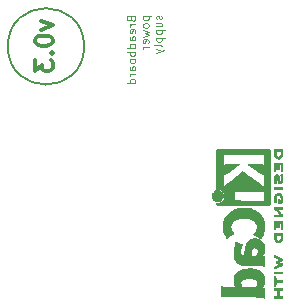
<source format=gbo>
%TF.GenerationSoftware,KiCad,Pcbnew,8.0.1*%
%TF.CreationDate,2024-03-27T16:26:59+11:00*%
%TF.ProjectId,Breadboard Power Supply,42726561-6462-46f6-9172-6420506f7765,rev?*%
%TF.SameCoordinates,Original*%
%TF.FileFunction,Legend,Bot*%
%TF.FilePolarity,Positive*%
%FSLAX46Y46*%
G04 Gerber Fmt 4.6, Leading zero omitted, Abs format (unit mm)*
G04 Created by KiCad (PCBNEW 8.0.1) date 2024-03-27 16:26:59*
%MOMM*%
%LPD*%
G01*
G04 APERTURE LIST*
%ADD10C,0.100000*%
%ADD11C,0.150000*%
%ADD12C,0.300000*%
%ADD13C,0.010000*%
G04 APERTURE END LIST*
D10*
X96348544Y-89365789D02*
X96381878Y-89465789D01*
X96381878Y-89465789D02*
X96415211Y-89499122D01*
X96415211Y-89499122D02*
X96481878Y-89532455D01*
X96481878Y-89532455D02*
X96581878Y-89532455D01*
X96581878Y-89532455D02*
X96648544Y-89499122D01*
X96648544Y-89499122D02*
X96681878Y-89465789D01*
X96681878Y-89465789D02*
X96715211Y-89399122D01*
X96715211Y-89399122D02*
X96715211Y-89132455D01*
X96715211Y-89132455D02*
X96015211Y-89132455D01*
X96015211Y-89132455D02*
X96015211Y-89365789D01*
X96015211Y-89365789D02*
X96048544Y-89432455D01*
X96048544Y-89432455D02*
X96081878Y-89465789D01*
X96081878Y-89465789D02*
X96148544Y-89499122D01*
X96148544Y-89499122D02*
X96215211Y-89499122D01*
X96215211Y-89499122D02*
X96281878Y-89465789D01*
X96281878Y-89465789D02*
X96315211Y-89432455D01*
X96315211Y-89432455D02*
X96348544Y-89365789D01*
X96348544Y-89365789D02*
X96348544Y-89132455D01*
X96715211Y-89832455D02*
X96248544Y-89832455D01*
X96381878Y-89832455D02*
X96315211Y-89865789D01*
X96315211Y-89865789D02*
X96281878Y-89899122D01*
X96281878Y-89899122D02*
X96248544Y-89965789D01*
X96248544Y-89965789D02*
X96248544Y-90032455D01*
X96681878Y-90532455D02*
X96715211Y-90465788D01*
X96715211Y-90465788D02*
X96715211Y-90332455D01*
X96715211Y-90332455D02*
X96681878Y-90265788D01*
X96681878Y-90265788D02*
X96615211Y-90232455D01*
X96615211Y-90232455D02*
X96348544Y-90232455D01*
X96348544Y-90232455D02*
X96281878Y-90265788D01*
X96281878Y-90265788D02*
X96248544Y-90332455D01*
X96248544Y-90332455D02*
X96248544Y-90465788D01*
X96248544Y-90465788D02*
X96281878Y-90532455D01*
X96281878Y-90532455D02*
X96348544Y-90565788D01*
X96348544Y-90565788D02*
X96415211Y-90565788D01*
X96415211Y-90565788D02*
X96481878Y-90232455D01*
X96715211Y-91165788D02*
X96348544Y-91165788D01*
X96348544Y-91165788D02*
X96281878Y-91132455D01*
X96281878Y-91132455D02*
X96248544Y-91065788D01*
X96248544Y-91065788D02*
X96248544Y-90932455D01*
X96248544Y-90932455D02*
X96281878Y-90865788D01*
X96681878Y-91165788D02*
X96715211Y-91099122D01*
X96715211Y-91099122D02*
X96715211Y-90932455D01*
X96715211Y-90932455D02*
X96681878Y-90865788D01*
X96681878Y-90865788D02*
X96615211Y-90832455D01*
X96615211Y-90832455D02*
X96548544Y-90832455D01*
X96548544Y-90832455D02*
X96481878Y-90865788D01*
X96481878Y-90865788D02*
X96448544Y-90932455D01*
X96448544Y-90932455D02*
X96448544Y-91099122D01*
X96448544Y-91099122D02*
X96415211Y-91165788D01*
X96715211Y-91799121D02*
X96015211Y-91799121D01*
X96681878Y-91799121D02*
X96715211Y-91732455D01*
X96715211Y-91732455D02*
X96715211Y-91599121D01*
X96715211Y-91599121D02*
X96681878Y-91532455D01*
X96681878Y-91532455D02*
X96648544Y-91499121D01*
X96648544Y-91499121D02*
X96581878Y-91465788D01*
X96581878Y-91465788D02*
X96381878Y-91465788D01*
X96381878Y-91465788D02*
X96315211Y-91499121D01*
X96315211Y-91499121D02*
X96281878Y-91532455D01*
X96281878Y-91532455D02*
X96248544Y-91599121D01*
X96248544Y-91599121D02*
X96248544Y-91732455D01*
X96248544Y-91732455D02*
X96281878Y-91799121D01*
X96715211Y-92132454D02*
X96015211Y-92132454D01*
X96281878Y-92132454D02*
X96248544Y-92199121D01*
X96248544Y-92199121D02*
X96248544Y-92332454D01*
X96248544Y-92332454D02*
X96281878Y-92399121D01*
X96281878Y-92399121D02*
X96315211Y-92432454D01*
X96315211Y-92432454D02*
X96381878Y-92465788D01*
X96381878Y-92465788D02*
X96581878Y-92465788D01*
X96581878Y-92465788D02*
X96648544Y-92432454D01*
X96648544Y-92432454D02*
X96681878Y-92399121D01*
X96681878Y-92399121D02*
X96715211Y-92332454D01*
X96715211Y-92332454D02*
X96715211Y-92199121D01*
X96715211Y-92199121D02*
X96681878Y-92132454D01*
X96715211Y-92865787D02*
X96681878Y-92799121D01*
X96681878Y-92799121D02*
X96648544Y-92765787D01*
X96648544Y-92765787D02*
X96581878Y-92732454D01*
X96581878Y-92732454D02*
X96381878Y-92732454D01*
X96381878Y-92732454D02*
X96315211Y-92765787D01*
X96315211Y-92765787D02*
X96281878Y-92799121D01*
X96281878Y-92799121D02*
X96248544Y-92865787D01*
X96248544Y-92865787D02*
X96248544Y-92965787D01*
X96248544Y-92965787D02*
X96281878Y-93032454D01*
X96281878Y-93032454D02*
X96315211Y-93065787D01*
X96315211Y-93065787D02*
X96381878Y-93099121D01*
X96381878Y-93099121D02*
X96581878Y-93099121D01*
X96581878Y-93099121D02*
X96648544Y-93065787D01*
X96648544Y-93065787D02*
X96681878Y-93032454D01*
X96681878Y-93032454D02*
X96715211Y-92965787D01*
X96715211Y-92965787D02*
X96715211Y-92865787D01*
X96715211Y-93699120D02*
X96348544Y-93699120D01*
X96348544Y-93699120D02*
X96281878Y-93665787D01*
X96281878Y-93665787D02*
X96248544Y-93599120D01*
X96248544Y-93599120D02*
X96248544Y-93465787D01*
X96248544Y-93465787D02*
X96281878Y-93399120D01*
X96681878Y-93699120D02*
X96715211Y-93632454D01*
X96715211Y-93632454D02*
X96715211Y-93465787D01*
X96715211Y-93465787D02*
X96681878Y-93399120D01*
X96681878Y-93399120D02*
X96615211Y-93365787D01*
X96615211Y-93365787D02*
X96548544Y-93365787D01*
X96548544Y-93365787D02*
X96481878Y-93399120D01*
X96481878Y-93399120D02*
X96448544Y-93465787D01*
X96448544Y-93465787D02*
X96448544Y-93632454D01*
X96448544Y-93632454D02*
X96415211Y-93699120D01*
X96715211Y-94032453D02*
X96248544Y-94032453D01*
X96381878Y-94032453D02*
X96315211Y-94065787D01*
X96315211Y-94065787D02*
X96281878Y-94099120D01*
X96281878Y-94099120D02*
X96248544Y-94165787D01*
X96248544Y-94165787D02*
X96248544Y-94232453D01*
X96715211Y-94765786D02*
X96015211Y-94765786D01*
X96681878Y-94765786D02*
X96715211Y-94699120D01*
X96715211Y-94699120D02*
X96715211Y-94565786D01*
X96715211Y-94565786D02*
X96681878Y-94499120D01*
X96681878Y-94499120D02*
X96648544Y-94465786D01*
X96648544Y-94465786D02*
X96581878Y-94432453D01*
X96581878Y-94432453D02*
X96381878Y-94432453D01*
X96381878Y-94432453D02*
X96315211Y-94465786D01*
X96315211Y-94465786D02*
X96281878Y-94499120D01*
X96281878Y-94499120D02*
X96248544Y-94565786D01*
X96248544Y-94565786D02*
X96248544Y-94699120D01*
X96248544Y-94699120D02*
X96281878Y-94765786D01*
X97375505Y-89132455D02*
X98075505Y-89132455D01*
X97408839Y-89132455D02*
X97375505Y-89199122D01*
X97375505Y-89199122D02*
X97375505Y-89332455D01*
X97375505Y-89332455D02*
X97408839Y-89399122D01*
X97408839Y-89399122D02*
X97442172Y-89432455D01*
X97442172Y-89432455D02*
X97508839Y-89465789D01*
X97508839Y-89465789D02*
X97708839Y-89465789D01*
X97708839Y-89465789D02*
X97775505Y-89432455D01*
X97775505Y-89432455D02*
X97808839Y-89399122D01*
X97808839Y-89399122D02*
X97842172Y-89332455D01*
X97842172Y-89332455D02*
X97842172Y-89199122D01*
X97842172Y-89199122D02*
X97808839Y-89132455D01*
X97842172Y-89865788D02*
X97808839Y-89799122D01*
X97808839Y-89799122D02*
X97775505Y-89765788D01*
X97775505Y-89765788D02*
X97708839Y-89732455D01*
X97708839Y-89732455D02*
X97508839Y-89732455D01*
X97508839Y-89732455D02*
X97442172Y-89765788D01*
X97442172Y-89765788D02*
X97408839Y-89799122D01*
X97408839Y-89799122D02*
X97375505Y-89865788D01*
X97375505Y-89865788D02*
X97375505Y-89965788D01*
X97375505Y-89965788D02*
X97408839Y-90032455D01*
X97408839Y-90032455D02*
X97442172Y-90065788D01*
X97442172Y-90065788D02*
X97508839Y-90099122D01*
X97508839Y-90099122D02*
X97708839Y-90099122D01*
X97708839Y-90099122D02*
X97775505Y-90065788D01*
X97775505Y-90065788D02*
X97808839Y-90032455D01*
X97808839Y-90032455D02*
X97842172Y-89965788D01*
X97842172Y-89965788D02*
X97842172Y-89865788D01*
X97375505Y-90332455D02*
X97842172Y-90465788D01*
X97842172Y-90465788D02*
X97508839Y-90599121D01*
X97508839Y-90599121D02*
X97842172Y-90732455D01*
X97842172Y-90732455D02*
X97375505Y-90865788D01*
X97808839Y-91399121D02*
X97842172Y-91332454D01*
X97842172Y-91332454D02*
X97842172Y-91199121D01*
X97842172Y-91199121D02*
X97808839Y-91132454D01*
X97808839Y-91132454D02*
X97742172Y-91099121D01*
X97742172Y-91099121D02*
X97475505Y-91099121D01*
X97475505Y-91099121D02*
X97408839Y-91132454D01*
X97408839Y-91132454D02*
X97375505Y-91199121D01*
X97375505Y-91199121D02*
X97375505Y-91332454D01*
X97375505Y-91332454D02*
X97408839Y-91399121D01*
X97408839Y-91399121D02*
X97475505Y-91432454D01*
X97475505Y-91432454D02*
X97542172Y-91432454D01*
X97542172Y-91432454D02*
X97608839Y-91099121D01*
X97842172Y-91732454D02*
X97375505Y-91732454D01*
X97508839Y-91732454D02*
X97442172Y-91765788D01*
X97442172Y-91765788D02*
X97408839Y-91799121D01*
X97408839Y-91799121D02*
X97375505Y-91865788D01*
X97375505Y-91865788D02*
X97375505Y-91932454D01*
X98935800Y-89099122D02*
X98969133Y-89165789D01*
X98969133Y-89165789D02*
X98969133Y-89299122D01*
X98969133Y-89299122D02*
X98935800Y-89365789D01*
X98935800Y-89365789D02*
X98869133Y-89399122D01*
X98869133Y-89399122D02*
X98835800Y-89399122D01*
X98835800Y-89399122D02*
X98769133Y-89365789D01*
X98769133Y-89365789D02*
X98735800Y-89299122D01*
X98735800Y-89299122D02*
X98735800Y-89199122D01*
X98735800Y-89199122D02*
X98702466Y-89132455D01*
X98702466Y-89132455D02*
X98635800Y-89099122D01*
X98635800Y-89099122D02*
X98602466Y-89099122D01*
X98602466Y-89099122D02*
X98535800Y-89132455D01*
X98535800Y-89132455D02*
X98502466Y-89199122D01*
X98502466Y-89199122D02*
X98502466Y-89299122D01*
X98502466Y-89299122D02*
X98535800Y-89365789D01*
X98502466Y-89999122D02*
X98969133Y-89999122D01*
X98502466Y-89699122D02*
X98869133Y-89699122D01*
X98869133Y-89699122D02*
X98935800Y-89732456D01*
X98935800Y-89732456D02*
X98969133Y-89799122D01*
X98969133Y-89799122D02*
X98969133Y-89899122D01*
X98969133Y-89899122D02*
X98935800Y-89965789D01*
X98935800Y-89965789D02*
X98902466Y-89999122D01*
X98502466Y-90332455D02*
X99202466Y-90332455D01*
X98535800Y-90332455D02*
X98502466Y-90399122D01*
X98502466Y-90399122D02*
X98502466Y-90532455D01*
X98502466Y-90532455D02*
X98535800Y-90599122D01*
X98535800Y-90599122D02*
X98569133Y-90632455D01*
X98569133Y-90632455D02*
X98635800Y-90665789D01*
X98635800Y-90665789D02*
X98835800Y-90665789D01*
X98835800Y-90665789D02*
X98902466Y-90632455D01*
X98902466Y-90632455D02*
X98935800Y-90599122D01*
X98935800Y-90599122D02*
X98969133Y-90532455D01*
X98969133Y-90532455D02*
X98969133Y-90399122D01*
X98969133Y-90399122D02*
X98935800Y-90332455D01*
X98502466Y-90965788D02*
X99202466Y-90965788D01*
X98535800Y-90965788D02*
X98502466Y-91032455D01*
X98502466Y-91032455D02*
X98502466Y-91165788D01*
X98502466Y-91165788D02*
X98535800Y-91232455D01*
X98535800Y-91232455D02*
X98569133Y-91265788D01*
X98569133Y-91265788D02*
X98635800Y-91299122D01*
X98635800Y-91299122D02*
X98835800Y-91299122D01*
X98835800Y-91299122D02*
X98902466Y-91265788D01*
X98902466Y-91265788D02*
X98935800Y-91232455D01*
X98935800Y-91232455D02*
X98969133Y-91165788D01*
X98969133Y-91165788D02*
X98969133Y-91032455D01*
X98969133Y-91032455D02*
X98935800Y-90965788D01*
X98969133Y-91699121D02*
X98935800Y-91632455D01*
X98935800Y-91632455D02*
X98869133Y-91599121D01*
X98869133Y-91599121D02*
X98269133Y-91599121D01*
X98502466Y-91899122D02*
X98969133Y-92065788D01*
X98502466Y-92232455D02*
X98969133Y-92065788D01*
X98969133Y-92065788D02*
X99135800Y-91999122D01*
X99135800Y-91999122D02*
X99169133Y-91965788D01*
X99169133Y-91965788D02*
X99202466Y-91899122D01*
D11*
X92386892Y-91694000D02*
G75*
G02*
X85921108Y-91694000I-3232892J0D01*
G01*
X85921108Y-91694000D02*
G75*
G02*
X92386892Y-91694000I3232892J0D01*
G01*
D12*
X88716828Y-89565653D02*
X89716828Y-89922796D01*
X89716828Y-89922796D02*
X88716828Y-90279939D01*
X88216828Y-91137082D02*
X88216828Y-91279939D01*
X88216828Y-91279939D02*
X88288257Y-91422796D01*
X88288257Y-91422796D02*
X88359685Y-91494225D01*
X88359685Y-91494225D02*
X88502542Y-91565653D01*
X88502542Y-91565653D02*
X88788257Y-91637082D01*
X88788257Y-91637082D02*
X89145400Y-91637082D01*
X89145400Y-91637082D02*
X89431114Y-91565653D01*
X89431114Y-91565653D02*
X89573971Y-91494225D01*
X89573971Y-91494225D02*
X89645400Y-91422796D01*
X89645400Y-91422796D02*
X89716828Y-91279939D01*
X89716828Y-91279939D02*
X89716828Y-91137082D01*
X89716828Y-91137082D02*
X89645400Y-90994225D01*
X89645400Y-90994225D02*
X89573971Y-90922796D01*
X89573971Y-90922796D02*
X89431114Y-90851367D01*
X89431114Y-90851367D02*
X89145400Y-90779939D01*
X89145400Y-90779939D02*
X88788257Y-90779939D01*
X88788257Y-90779939D02*
X88502542Y-90851367D01*
X88502542Y-90851367D02*
X88359685Y-90922796D01*
X88359685Y-90922796D02*
X88288257Y-90994225D01*
X88288257Y-90994225D02*
X88216828Y-91137082D01*
X89573971Y-92279938D02*
X89645400Y-92351367D01*
X89645400Y-92351367D02*
X89716828Y-92279938D01*
X89716828Y-92279938D02*
X89645400Y-92208510D01*
X89645400Y-92208510D02*
X89573971Y-92279938D01*
X89573971Y-92279938D02*
X89716828Y-92279938D01*
X88216828Y-92851367D02*
X88216828Y-93779939D01*
X88216828Y-93779939D02*
X88788257Y-93279939D01*
X88788257Y-93279939D02*
X88788257Y-93494224D01*
X88788257Y-93494224D02*
X88859685Y-93637082D01*
X88859685Y-93637082D02*
X88931114Y-93708510D01*
X88931114Y-93708510D02*
X89073971Y-93779939D01*
X89073971Y-93779939D02*
X89431114Y-93779939D01*
X89431114Y-93779939D02*
X89573971Y-93708510D01*
X89573971Y-93708510D02*
X89645400Y-93637082D01*
X89645400Y-93637082D02*
X89716828Y-93494224D01*
X89716828Y-93494224D02*
X89716828Y-93065653D01*
X89716828Y-93065653D02*
X89645400Y-92922796D01*
X89645400Y-92922796D02*
X89573971Y-92851367D01*
D13*
%TO.C,REF\u002A\u002A*%
X106492158Y-110494732D02*
X106643594Y-110503311D01*
X106780283Y-110522167D01*
X106906276Y-110552163D01*
X107025625Y-110594164D01*
X107142381Y-110649031D01*
X107253179Y-110715833D01*
X107366739Y-110806637D01*
X107462211Y-110910292D01*
X107539073Y-111026113D01*
X107596797Y-111153414D01*
X107634858Y-111291511D01*
X107640666Y-111329207D01*
X107646396Y-111408248D01*
X107646583Y-111496371D01*
X107641539Y-111585764D01*
X107631578Y-111668616D01*
X107617012Y-111737113D01*
X107607364Y-111767965D01*
X107577123Y-111845270D01*
X107539617Y-111922321D01*
X107498614Y-111991800D01*
X107457879Y-112046385D01*
X107438505Y-112069084D01*
X107420662Y-112091799D01*
X107413778Y-112103221D01*
X107415424Y-112104463D01*
X107433205Y-112107272D01*
X107466370Y-112109224D01*
X107509733Y-112109955D01*
X107605689Y-112109955D01*
X107605689Y-112968104D01*
X107544974Y-112933839D01*
X107535868Y-112928645D01*
X107521249Y-112920285D01*
X107507173Y-112912712D01*
X107492540Y-112905888D01*
X107476249Y-112899773D01*
X107457198Y-112894327D01*
X107434286Y-112889513D01*
X107406413Y-112885292D01*
X107372478Y-112881623D01*
X107331379Y-112878469D01*
X107282015Y-112875789D01*
X107223286Y-112873546D01*
X107154090Y-112871701D01*
X107073326Y-112870213D01*
X106979894Y-112869045D01*
X106872692Y-112868156D01*
X106750620Y-112867509D01*
X106612576Y-112867064D01*
X106457459Y-112866782D01*
X106284168Y-112866625D01*
X106091603Y-112866552D01*
X105878662Y-112866526D01*
X105644245Y-112866507D01*
X103959378Y-112866311D01*
X103959378Y-111960983D01*
X103996067Y-111985415D01*
X104005647Y-111991682D01*
X104051981Y-112017792D01*
X104099102Y-112035531D01*
X104154251Y-112047092D01*
X104224667Y-112054669D01*
X104231650Y-112055161D01*
X104269641Y-112056938D01*
X104323576Y-112058556D01*
X104390703Y-112060001D01*
X104468271Y-112061260D01*
X104553528Y-112062320D01*
X104643724Y-112063171D01*
X104736107Y-112063797D01*
X104827925Y-112064188D01*
X104916427Y-112064330D01*
X104998862Y-112064210D01*
X105072479Y-112063817D01*
X105134526Y-112063138D01*
X105182251Y-112062159D01*
X105212904Y-112060868D01*
X105223733Y-112059253D01*
X105219333Y-112051043D01*
X105204362Y-112029353D01*
X105182448Y-111999986D01*
X105148236Y-111951121D01*
X105101714Y-111862875D01*
X105068046Y-111764084D01*
X105065231Y-111749557D01*
X105619465Y-111749557D01*
X105631389Y-111834681D01*
X105658040Y-111918867D01*
X105698962Y-111997392D01*
X105742530Y-112064800D01*
X106892721Y-112064800D01*
X106939089Y-111994244D01*
X106962791Y-111953583D01*
X106988639Y-111899454D01*
X107006829Y-111850311D01*
X107022551Y-111786835D01*
X107033541Y-111690669D01*
X107025365Y-111606100D01*
X106997805Y-111532781D01*
X106950642Y-111470363D01*
X106883658Y-111418498D01*
X106796633Y-111376840D01*
X106689350Y-111345038D01*
X106677009Y-111342455D01*
X106615772Y-111334000D01*
X106538692Y-111328337D01*
X106451002Y-111325424D01*
X106357934Y-111325217D01*
X106264720Y-111327670D01*
X106176594Y-111332739D01*
X106098788Y-111340381D01*
X106036533Y-111350552D01*
X106030666Y-111351833D01*
X105920121Y-111380874D01*
X105829575Y-111415390D01*
X105756953Y-111456544D01*
X105700181Y-111505501D01*
X105657184Y-111563426D01*
X105641615Y-111595380D01*
X105622722Y-111668216D01*
X105619465Y-111749557D01*
X105065231Y-111749557D01*
X105046231Y-111651490D01*
X105035265Y-111521836D01*
X105034219Y-111429330D01*
X105044014Y-111307989D01*
X105068174Y-111197901D01*
X105107785Y-111094611D01*
X105163932Y-110993662D01*
X105194883Y-110948497D01*
X105286115Y-110843089D01*
X105395106Y-110751462D01*
X105521726Y-110673668D01*
X105665845Y-110609759D01*
X105827332Y-110559786D01*
X106006059Y-110523802D01*
X106201895Y-110501857D01*
X106357934Y-110496100D01*
X106414711Y-110494006D01*
X106492158Y-110494732D01*
G36*
X106492158Y-110494732D02*
G01*
X106643594Y-110503311D01*
X106780283Y-110522167D01*
X106906276Y-110552163D01*
X107025625Y-110594164D01*
X107142381Y-110649031D01*
X107253179Y-110715833D01*
X107366739Y-110806637D01*
X107462211Y-110910292D01*
X107539073Y-111026113D01*
X107596797Y-111153414D01*
X107634858Y-111291511D01*
X107640666Y-111329207D01*
X107646396Y-111408248D01*
X107646583Y-111496371D01*
X107641539Y-111585764D01*
X107631578Y-111668616D01*
X107617012Y-111737113D01*
X107607364Y-111767965D01*
X107577123Y-111845270D01*
X107539617Y-111922321D01*
X107498614Y-111991800D01*
X107457879Y-112046385D01*
X107438505Y-112069084D01*
X107420662Y-112091799D01*
X107413778Y-112103221D01*
X107415424Y-112104463D01*
X107433205Y-112107272D01*
X107466370Y-112109224D01*
X107509733Y-112109955D01*
X107605689Y-112109955D01*
X107605689Y-112968104D01*
X107544974Y-112933839D01*
X107535868Y-112928645D01*
X107521249Y-112920285D01*
X107507173Y-112912712D01*
X107492540Y-112905888D01*
X107476249Y-112899773D01*
X107457198Y-112894327D01*
X107434286Y-112889513D01*
X107406413Y-112885292D01*
X107372478Y-112881623D01*
X107331379Y-112878469D01*
X107282015Y-112875789D01*
X107223286Y-112873546D01*
X107154090Y-112871701D01*
X107073326Y-112870213D01*
X106979894Y-112869045D01*
X106872692Y-112868156D01*
X106750620Y-112867509D01*
X106612576Y-112867064D01*
X106457459Y-112866782D01*
X106284168Y-112866625D01*
X106091603Y-112866552D01*
X105878662Y-112866526D01*
X105644245Y-112866507D01*
X103959378Y-112866311D01*
X103959378Y-111960983D01*
X103996067Y-111985415D01*
X104005647Y-111991682D01*
X104051981Y-112017792D01*
X104099102Y-112035531D01*
X104154251Y-112047092D01*
X104224667Y-112054669D01*
X104231650Y-112055161D01*
X104269641Y-112056938D01*
X104323576Y-112058556D01*
X104390703Y-112060001D01*
X104468271Y-112061260D01*
X104553528Y-112062320D01*
X104643724Y-112063171D01*
X104736107Y-112063797D01*
X104827925Y-112064188D01*
X104916427Y-112064330D01*
X104998862Y-112064210D01*
X105072479Y-112063817D01*
X105134526Y-112063138D01*
X105182251Y-112062159D01*
X105212904Y-112060868D01*
X105223733Y-112059253D01*
X105219333Y-112051043D01*
X105204362Y-112029353D01*
X105182448Y-111999986D01*
X105148236Y-111951121D01*
X105101714Y-111862875D01*
X105068046Y-111764084D01*
X105065231Y-111749557D01*
X105619465Y-111749557D01*
X105631389Y-111834681D01*
X105658040Y-111918867D01*
X105698962Y-111997392D01*
X105742530Y-112064800D01*
X106892721Y-112064800D01*
X106939089Y-111994244D01*
X106962791Y-111953583D01*
X106988639Y-111899454D01*
X107006829Y-111850311D01*
X107022551Y-111786835D01*
X107033541Y-111690669D01*
X107025365Y-111606100D01*
X106997805Y-111532781D01*
X106950642Y-111470363D01*
X106883658Y-111418498D01*
X106796633Y-111376840D01*
X106689350Y-111345038D01*
X106677009Y-111342455D01*
X106615772Y-111334000D01*
X106538692Y-111328337D01*
X106451002Y-111325424D01*
X106357934Y-111325217D01*
X106264720Y-111327670D01*
X106176594Y-111332739D01*
X106098788Y-111340381D01*
X106036533Y-111350552D01*
X106030666Y-111351833D01*
X105920121Y-111380874D01*
X105829575Y-111415390D01*
X105756953Y-111456544D01*
X105700181Y-111505501D01*
X105657184Y-111563426D01*
X105641615Y-111595380D01*
X105622722Y-111668216D01*
X105619465Y-111749557D01*
X105065231Y-111749557D01*
X105046231Y-111651490D01*
X105035265Y-111521836D01*
X105034219Y-111429330D01*
X105044014Y-111307989D01*
X105068174Y-111197901D01*
X105107785Y-111094611D01*
X105163932Y-110993662D01*
X105194883Y-110948497D01*
X105286115Y-110843089D01*
X105395106Y-110751462D01*
X105521726Y-110673668D01*
X105665845Y-110609759D01*
X105827332Y-110559786D01*
X106006059Y-110523802D01*
X106201895Y-110501857D01*
X106357934Y-110496100D01*
X106414711Y-110494006D01*
X106492158Y-110494732D01*
G37*
X108567178Y-111169083D02*
X108568631Y-111170443D01*
X108576992Y-111181646D01*
X108582547Y-111198748D01*
X108585840Y-111225918D01*
X108587418Y-111267322D01*
X108587822Y-111327127D01*
X108587822Y-111466489D01*
X108851589Y-111466489D01*
X108927417Y-111466564D01*
X108994083Y-111466972D01*
X109043867Y-111467954D01*
X109079784Y-111469750D01*
X109104850Y-111472601D01*
X109122081Y-111476747D01*
X109134492Y-111482429D01*
X109145100Y-111489886D01*
X109147906Y-111492176D01*
X109170548Y-111523354D01*
X109172112Y-111557734D01*
X109152267Y-111590666D01*
X109144191Y-111597645D01*
X109133593Y-111603117D01*
X109117749Y-111607137D01*
X109093773Y-111609928D01*
X109058774Y-111611712D01*
X109009864Y-111612711D01*
X108944154Y-111613148D01*
X108858756Y-111613244D01*
X108587822Y-111613244D01*
X108587822Y-111759180D01*
X108587821Y-111770280D01*
X108587596Y-111826798D01*
X108586457Y-111865642D01*
X108583657Y-111891035D01*
X108578450Y-111907196D01*
X108570089Y-111918348D01*
X108557826Y-111928711D01*
X108527138Y-111944559D01*
X108493358Y-111941457D01*
X108460822Y-111915813D01*
X108457105Y-111910871D01*
X108452269Y-111900662D01*
X108448506Y-111885236D01*
X108445683Y-111862114D01*
X108443670Y-111828817D01*
X108442333Y-111782863D01*
X108441542Y-111721772D01*
X108441163Y-111643065D01*
X108441067Y-111544260D01*
X108441068Y-111524233D01*
X108441158Y-111430110D01*
X108441498Y-111355595D01*
X108442239Y-111298189D01*
X108443535Y-111255389D01*
X108445537Y-111224696D01*
X108448396Y-111203609D01*
X108452266Y-111189627D01*
X108457298Y-111180250D01*
X108463645Y-111172978D01*
X108496362Y-111154172D01*
X108533939Y-111152725D01*
X108567178Y-111169083D01*
G36*
X108567178Y-111169083D02*
G01*
X108568631Y-111170443D01*
X108576992Y-111181646D01*
X108582547Y-111198748D01*
X108585840Y-111225918D01*
X108587418Y-111267322D01*
X108587822Y-111327127D01*
X108587822Y-111466489D01*
X108851589Y-111466489D01*
X108927417Y-111466564D01*
X108994083Y-111466972D01*
X109043867Y-111467954D01*
X109079784Y-111469750D01*
X109104850Y-111472601D01*
X109122081Y-111476747D01*
X109134492Y-111482429D01*
X109145100Y-111489886D01*
X109147906Y-111492176D01*
X109170548Y-111523354D01*
X109172112Y-111557734D01*
X109152267Y-111590666D01*
X109144191Y-111597645D01*
X109133593Y-111603117D01*
X109117749Y-111607137D01*
X109093773Y-111609928D01*
X109058774Y-111611712D01*
X109009864Y-111612711D01*
X108944154Y-111613148D01*
X108858756Y-111613244D01*
X108587822Y-111613244D01*
X108587822Y-111759180D01*
X108587821Y-111770280D01*
X108587596Y-111826798D01*
X108586457Y-111865642D01*
X108583657Y-111891035D01*
X108578450Y-111907196D01*
X108570089Y-111918348D01*
X108557826Y-111928711D01*
X108527138Y-111944559D01*
X108493358Y-111941457D01*
X108460822Y-111915813D01*
X108457105Y-111910871D01*
X108452269Y-111900662D01*
X108448506Y-111885236D01*
X108445683Y-111862114D01*
X108443670Y-111828817D01*
X108442333Y-111782863D01*
X108441542Y-111721772D01*
X108441163Y-111643065D01*
X108441067Y-111544260D01*
X108441068Y-111524233D01*
X108441158Y-111430110D01*
X108441498Y-111355595D01*
X108442239Y-111298189D01*
X108443535Y-111255389D01*
X108445537Y-111224696D01*
X108448396Y-111203609D01*
X108452266Y-111189627D01*
X108457298Y-111180250D01*
X108463645Y-111172978D01*
X108496362Y-111154172D01*
X108533939Y-111152725D01*
X108567178Y-111169083D01*
G37*
X108807956Y-100403378D02*
X108883617Y-100403417D01*
X108961526Y-100403672D01*
X109021536Y-100404316D01*
X109066264Y-100405520D01*
X109098326Y-100407457D01*
X109120340Y-100410297D01*
X109134924Y-100414212D01*
X109144694Y-100419374D01*
X109152267Y-100425955D01*
X109158501Y-100432923D01*
X109165801Y-100445921D01*
X109170554Y-100465069D01*
X109173292Y-100494472D01*
X109174545Y-100538238D01*
X109174845Y-100600472D01*
X109174469Y-100649418D01*
X109170041Y-100756278D01*
X109159953Y-100845506D01*
X109143365Y-100920304D01*
X109119435Y-100983875D01*
X109087321Y-101039421D01*
X109046182Y-101090146D01*
X109040330Y-101096134D01*
X108991821Y-101133001D01*
X108931013Y-101164101D01*
X108866769Y-101185583D01*
X108807956Y-101193600D01*
X108786739Y-101192321D01*
X108729323Y-101180009D01*
X108669413Y-101157480D01*
X108615363Y-101128250D01*
X108575532Y-101095833D01*
X108558510Y-101076292D01*
X108519322Y-101021580D01*
X108489193Y-100961277D01*
X108467232Y-100892081D01*
X108452550Y-100810689D01*
X108444259Y-100713800D01*
X108442148Y-100626333D01*
X108587808Y-100626333D01*
X108587817Y-100629361D01*
X108589782Y-100680481D01*
X108594507Y-100740584D01*
X108601035Y-100797292D01*
X108610331Y-100847250D01*
X108636600Y-100922002D01*
X108675899Y-100979511D01*
X108728933Y-101021012D01*
X108780200Y-101042229D01*
X108828026Y-101043647D01*
X108878961Y-101025365D01*
X108924878Y-100995695D01*
X108967287Y-100948998D01*
X108997090Y-100887608D01*
X109016226Y-100808462D01*
X109016464Y-100806972D01*
X109022256Y-100758001D01*
X109026396Y-100699307D01*
X109028004Y-100643266D01*
X109028089Y-100550133D01*
X108587822Y-100550133D01*
X108587808Y-100626333D01*
X108442148Y-100626333D01*
X108441467Y-100598111D01*
X108441066Y-100558629D01*
X108440653Y-100512918D01*
X108442457Y-100477117D01*
X108448739Y-100450026D01*
X108461759Y-100430444D01*
X108483778Y-100417170D01*
X108517055Y-100409002D01*
X108563851Y-100404740D01*
X108587822Y-100404143D01*
X108626427Y-100403183D01*
X108707041Y-100403130D01*
X108807956Y-100403378D01*
G36*
X108807956Y-100403378D02*
G01*
X108883617Y-100403417D01*
X108961526Y-100403672D01*
X109021536Y-100404316D01*
X109066264Y-100405520D01*
X109098326Y-100407457D01*
X109120340Y-100410297D01*
X109134924Y-100414212D01*
X109144694Y-100419374D01*
X109152267Y-100425955D01*
X109158501Y-100432923D01*
X109165801Y-100445921D01*
X109170554Y-100465069D01*
X109173292Y-100494472D01*
X109174545Y-100538238D01*
X109174845Y-100600472D01*
X109174469Y-100649418D01*
X109170041Y-100756278D01*
X109159953Y-100845506D01*
X109143365Y-100920304D01*
X109119435Y-100983875D01*
X109087321Y-101039421D01*
X109046182Y-101090146D01*
X109040330Y-101096134D01*
X108991821Y-101133001D01*
X108931013Y-101164101D01*
X108866769Y-101185583D01*
X108807956Y-101193600D01*
X108786739Y-101192321D01*
X108729323Y-101180009D01*
X108669413Y-101157480D01*
X108615363Y-101128250D01*
X108575532Y-101095833D01*
X108558510Y-101076292D01*
X108519322Y-101021580D01*
X108489193Y-100961277D01*
X108467232Y-100892081D01*
X108452550Y-100810689D01*
X108444259Y-100713800D01*
X108442148Y-100626333D01*
X108587808Y-100626333D01*
X108587817Y-100629361D01*
X108589782Y-100680481D01*
X108594507Y-100740584D01*
X108601035Y-100797292D01*
X108610331Y-100847250D01*
X108636600Y-100922002D01*
X108675899Y-100979511D01*
X108728933Y-101021012D01*
X108780200Y-101042229D01*
X108828026Y-101043647D01*
X108878961Y-101025365D01*
X108924878Y-100995695D01*
X108967287Y-100948998D01*
X108997090Y-100887608D01*
X109016226Y-100808462D01*
X109016464Y-100806972D01*
X109022256Y-100758001D01*
X109026396Y-100699307D01*
X109028004Y-100643266D01*
X109028089Y-100550133D01*
X108587822Y-100550133D01*
X108587808Y-100626333D01*
X108442148Y-100626333D01*
X108441467Y-100598111D01*
X108441066Y-100558629D01*
X108440653Y-100512918D01*
X108442457Y-100477117D01*
X108448739Y-100450026D01*
X108461759Y-100430444D01*
X108483778Y-100417170D01*
X108517055Y-100409002D01*
X108563851Y-100404740D01*
X108587822Y-100404143D01*
X108626427Y-100403183D01*
X108707041Y-100403130D01*
X108807956Y-100403378D01*
G37*
X108523915Y-109384772D02*
X108558481Y-109397636D01*
X108606826Y-109417395D01*
X108665825Y-109442619D01*
X108732355Y-109471881D01*
X108803291Y-109503750D01*
X108875507Y-109536799D01*
X108945880Y-109569599D01*
X109011285Y-109600720D01*
X109068597Y-109628735D01*
X109114692Y-109652214D01*
X109146446Y-109669728D01*
X109160733Y-109679849D01*
X109174102Y-109714257D01*
X109167741Y-109755954D01*
X109163044Y-109761319D01*
X109140893Y-109777148D01*
X109104132Y-109799350D01*
X109056415Y-109825767D01*
X109001393Y-109854240D01*
X108842150Y-109934014D01*
X108988742Y-110007201D01*
X109008032Y-110016897D01*
X109060380Y-110043875D01*
X109105170Y-110067904D01*
X109138154Y-110086668D01*
X109155089Y-110097854D01*
X109156332Y-110099000D01*
X109171619Y-110127121D01*
X109173302Y-110162183D01*
X109160733Y-110193224D01*
X109157884Y-110195650D01*
X109137259Y-110207910D01*
X109099708Y-110227648D01*
X109047880Y-110253552D01*
X108984423Y-110284315D01*
X108911985Y-110318625D01*
X108833216Y-110355175D01*
X108789093Y-110375415D01*
X108708365Y-110412188D01*
X108644687Y-110440645D01*
X108595752Y-110461669D01*
X108559257Y-110476146D01*
X108532895Y-110484961D01*
X108514361Y-110488996D01*
X108501352Y-110489138D01*
X108491561Y-110486270D01*
X108470678Y-110471613D01*
X108450377Y-110445010D01*
X108450035Y-110444255D01*
X108443034Y-110424665D01*
X108442504Y-110407210D01*
X108450478Y-110390298D01*
X108468989Y-110372337D01*
X108500071Y-110351737D01*
X108545756Y-110326905D01*
X108608078Y-110296250D01*
X108689071Y-110258180D01*
X108720454Y-110243546D01*
X108783638Y-110213797D01*
X108838244Y-110187703D01*
X108881290Y-110166708D01*
X108909793Y-110152261D01*
X108920770Y-110145809D01*
X108920189Y-110144450D01*
X108906242Y-110134458D01*
X108876704Y-110117167D01*
X108835087Y-110094570D01*
X108784903Y-110068662D01*
X108753414Y-110052689D01*
X108698061Y-110023739D01*
X108659044Y-110001251D01*
X108633566Y-109983035D01*
X108618831Y-109966904D01*
X108612042Y-109950670D01*
X108610400Y-109932143D01*
X108610875Y-109921640D01*
X108615082Y-109905524D01*
X108625946Y-109890210D01*
X108646219Y-109873612D01*
X108678654Y-109853643D01*
X108726004Y-109828217D01*
X108791022Y-109795248D01*
X108810277Y-109785515D01*
X108856946Y-109761057D01*
X108893109Y-109740822D01*
X108915497Y-109726689D01*
X108920845Y-109720540D01*
X108917573Y-109719173D01*
X108896664Y-109709798D01*
X108859725Y-109692938D01*
X108809874Y-109670021D01*
X108750226Y-109642480D01*
X108683898Y-109611745D01*
X108626677Y-109585030D01*
X108564688Y-109555407D01*
X108518949Y-109532336D01*
X108486908Y-109514357D01*
X108466014Y-109500010D01*
X108453718Y-109487834D01*
X108447466Y-109476368D01*
X108444574Y-109466958D01*
X108444425Y-109441853D01*
X108459768Y-109414710D01*
X108460753Y-109413410D01*
X108483388Y-109391326D01*
X108505613Y-109380277D01*
X108506253Y-109380231D01*
X108523915Y-109384772D01*
G36*
X108523915Y-109384772D02*
G01*
X108558481Y-109397636D01*
X108606826Y-109417395D01*
X108665825Y-109442619D01*
X108732355Y-109471881D01*
X108803291Y-109503750D01*
X108875507Y-109536799D01*
X108945880Y-109569599D01*
X109011285Y-109600720D01*
X109068597Y-109628735D01*
X109114692Y-109652214D01*
X109146446Y-109669728D01*
X109160733Y-109679849D01*
X109174102Y-109714257D01*
X109167741Y-109755954D01*
X109163044Y-109761319D01*
X109140893Y-109777148D01*
X109104132Y-109799350D01*
X109056415Y-109825767D01*
X109001393Y-109854240D01*
X108842150Y-109934014D01*
X108988742Y-110007201D01*
X109008032Y-110016897D01*
X109060380Y-110043875D01*
X109105170Y-110067904D01*
X109138154Y-110086668D01*
X109155089Y-110097854D01*
X109156332Y-110099000D01*
X109171619Y-110127121D01*
X109173302Y-110162183D01*
X109160733Y-110193224D01*
X109157884Y-110195650D01*
X109137259Y-110207910D01*
X109099708Y-110227648D01*
X109047880Y-110253552D01*
X108984423Y-110284315D01*
X108911985Y-110318625D01*
X108833216Y-110355175D01*
X108789093Y-110375415D01*
X108708365Y-110412188D01*
X108644687Y-110440645D01*
X108595752Y-110461669D01*
X108559257Y-110476146D01*
X108532895Y-110484961D01*
X108514361Y-110488996D01*
X108501352Y-110489138D01*
X108491561Y-110486270D01*
X108470678Y-110471613D01*
X108450377Y-110445010D01*
X108450035Y-110444255D01*
X108443034Y-110424665D01*
X108442504Y-110407210D01*
X108450478Y-110390298D01*
X108468989Y-110372337D01*
X108500071Y-110351737D01*
X108545756Y-110326905D01*
X108608078Y-110296250D01*
X108689071Y-110258180D01*
X108720454Y-110243546D01*
X108783638Y-110213797D01*
X108838244Y-110187703D01*
X108881290Y-110166708D01*
X108909793Y-110152261D01*
X108920770Y-110145809D01*
X108920189Y-110144450D01*
X108906242Y-110134458D01*
X108876704Y-110117167D01*
X108835087Y-110094570D01*
X108784903Y-110068662D01*
X108753414Y-110052689D01*
X108698061Y-110023739D01*
X108659044Y-110001251D01*
X108633566Y-109983035D01*
X108618831Y-109966904D01*
X108612042Y-109950670D01*
X108610400Y-109932143D01*
X108610875Y-109921640D01*
X108615082Y-109905524D01*
X108625946Y-109890210D01*
X108646219Y-109873612D01*
X108678654Y-109853643D01*
X108726004Y-109828217D01*
X108791022Y-109795248D01*
X108810277Y-109785515D01*
X108856946Y-109761057D01*
X108893109Y-109740822D01*
X108915497Y-109726689D01*
X108920845Y-109720540D01*
X108917573Y-109719173D01*
X108896664Y-109709798D01*
X108859725Y-109692938D01*
X108809874Y-109670021D01*
X108750226Y-109642480D01*
X108683898Y-109611745D01*
X108626677Y-109585030D01*
X108564688Y-109555407D01*
X108518949Y-109532336D01*
X108486908Y-109514357D01*
X108466014Y-109500010D01*
X108453718Y-109487834D01*
X108447466Y-109476368D01*
X108444574Y-109466958D01*
X108444425Y-109441853D01*
X108459768Y-109414710D01*
X108460753Y-109413410D01*
X108483388Y-109391326D01*
X108505613Y-109380277D01*
X108506253Y-109380231D01*
X108523915Y-109384772D01*
G37*
X106793295Y-100403313D02*
X106973535Y-100403407D01*
X107136015Y-100403605D01*
X107281670Y-100403937D01*
X107411434Y-100404431D01*
X107526243Y-100405117D01*
X107627030Y-100406024D01*
X107714730Y-100407183D01*
X107790279Y-100408622D01*
X107854611Y-100410371D01*
X107908661Y-100412460D01*
X107953363Y-100414917D01*
X107989652Y-100417773D01*
X108018463Y-100421057D01*
X108040731Y-100424798D01*
X108057390Y-100429026D01*
X108069375Y-100433771D01*
X108077621Y-100439061D01*
X108083062Y-100444927D01*
X108086634Y-100451398D01*
X108089270Y-100458503D01*
X108091906Y-100466272D01*
X108095477Y-100474734D01*
X108097145Y-100479092D01*
X108099111Y-100487605D01*
X108100911Y-100500306D01*
X108102555Y-100518115D01*
X108104047Y-100541951D01*
X108105397Y-100572734D01*
X108106611Y-100611383D01*
X108107697Y-100658818D01*
X108108661Y-100715957D01*
X108109511Y-100783721D01*
X108110253Y-100863029D01*
X108110897Y-100954801D01*
X108111447Y-101059956D01*
X108111913Y-101179413D01*
X108112300Y-101314092D01*
X108112616Y-101464912D01*
X108112869Y-101632794D01*
X108113066Y-101818655D01*
X108113213Y-102023417D01*
X108113318Y-102247998D01*
X108113389Y-102493318D01*
X108113432Y-102760296D01*
X108113437Y-102798679D01*
X108113480Y-103064078D01*
X108113525Y-103307950D01*
X108113548Y-103531217D01*
X108113524Y-103734804D01*
X108113430Y-103919633D01*
X108113243Y-104086627D01*
X108112939Y-104236710D01*
X108112494Y-104370804D01*
X108111885Y-104489834D01*
X108111089Y-104594721D01*
X108110080Y-104686390D01*
X108108837Y-104765763D01*
X108107335Y-104833763D01*
X108105551Y-104891314D01*
X108103461Y-104939338D01*
X108101042Y-104978760D01*
X108098270Y-105010501D01*
X108095121Y-105035486D01*
X108091572Y-105054636D01*
X108087598Y-105068877D01*
X108083178Y-105079129D01*
X108078286Y-105086318D01*
X108072900Y-105091365D01*
X108066996Y-105095195D01*
X108060549Y-105098729D01*
X108053537Y-105102892D01*
X108051687Y-105103975D01*
X108046180Y-105106187D01*
X108037868Y-105108214D01*
X108025809Y-105110062D01*
X108009063Y-105111739D01*
X107986687Y-105113255D01*
X107957740Y-105114617D01*
X107921280Y-105115833D01*
X107876367Y-105116911D01*
X107822057Y-105117860D01*
X107757410Y-105118688D01*
X107681484Y-105119403D01*
X107593338Y-105120013D01*
X107492029Y-105120526D01*
X107376617Y-105120950D01*
X107246160Y-105121294D01*
X107099716Y-105121566D01*
X106936344Y-105121773D01*
X106755101Y-105121924D01*
X106555048Y-105122028D01*
X106335241Y-105122092D01*
X106094739Y-105122124D01*
X105832602Y-105122133D01*
X103641031Y-105122133D01*
X103602649Y-105083751D01*
X103578911Y-105056645D01*
X103567111Y-105029747D01*
X103564267Y-104993440D01*
X103564267Y-104941511D01*
X103652206Y-104941511D01*
X103702102Y-104939573D01*
X103812523Y-104920801D01*
X103913987Y-104883783D01*
X104005152Y-104830631D01*
X104084673Y-104763454D01*
X104106249Y-104737805D01*
X105076978Y-104737805D01*
X106253845Y-104740880D01*
X107430711Y-104743955D01*
X107489622Y-104770593D01*
X107514183Y-104782515D01*
X107544434Y-104799754D01*
X107561560Y-104812926D01*
X107569591Y-104820924D01*
X107584493Y-104828622D01*
X107585765Y-104824740D01*
X107587791Y-104801480D01*
X107589626Y-104759126D01*
X107591227Y-104699868D01*
X107592549Y-104625893D01*
X107593548Y-104539390D01*
X107594180Y-104442548D01*
X107594400Y-104337555D01*
X107594349Y-104268644D01*
X107594091Y-104170393D01*
X107593637Y-104080970D01*
X107593010Y-104002667D01*
X107592235Y-103937777D01*
X107591335Y-103888589D01*
X107590334Y-103857396D01*
X107589257Y-103846489D01*
X107586037Y-103847678D01*
X107568452Y-103857824D01*
X107542158Y-103874960D01*
X107529691Y-103883460D01*
X107515622Y-103892671D01*
X107501351Y-103900767D01*
X107485479Y-103907815D01*
X107466609Y-103913883D01*
X107443341Y-103919039D01*
X107414278Y-103923349D01*
X107378021Y-103926881D01*
X107333170Y-103929703D01*
X107278328Y-103931882D01*
X107212097Y-103933486D01*
X107133077Y-103934581D01*
X107039871Y-103935235D01*
X106931079Y-103935516D01*
X106805303Y-103935491D01*
X106661145Y-103935228D01*
X106497207Y-103934794D01*
X106312089Y-103934255D01*
X106133232Y-103933721D01*
X105974374Y-103933195D01*
X105835316Y-103932650D01*
X105714665Y-103932055D01*
X105611028Y-103931381D01*
X105523011Y-103930597D01*
X105449223Y-103929674D01*
X105388269Y-103928581D01*
X105338757Y-103927288D01*
X105299293Y-103925765D01*
X105268484Y-103923981D01*
X105244938Y-103921908D01*
X105227260Y-103919514D01*
X105214059Y-103916770D01*
X105203940Y-103913644D01*
X105195511Y-103910108D01*
X105187375Y-103906209D01*
X105150544Y-103886562D01*
X105120391Y-103867775D01*
X105118908Y-103866728D01*
X105096659Y-103852398D01*
X105083702Y-103846489D01*
X105083249Y-103847496D01*
X105081803Y-103864695D01*
X105080480Y-103901344D01*
X105079316Y-103955038D01*
X105078347Y-104023370D01*
X105077611Y-104103936D01*
X105077142Y-104194330D01*
X105076978Y-104292147D01*
X105076978Y-104737805D01*
X104106249Y-104737805D01*
X104151205Y-104684362D01*
X104203406Y-104595466D01*
X104239930Y-104498875D01*
X104259434Y-104396700D01*
X104260573Y-104291050D01*
X104242005Y-104184036D01*
X104202384Y-104077768D01*
X104144516Y-103980781D01*
X104069684Y-103895707D01*
X103981615Y-103826985D01*
X103882616Y-103776082D01*
X103774993Y-103744465D01*
X103661054Y-103733600D01*
X103564267Y-103733600D01*
X103564267Y-102113247D01*
X103564280Y-101902103D01*
X103564330Y-101697980D01*
X103564430Y-101514314D01*
X103564592Y-101350009D01*
X103564829Y-101203971D01*
X103565153Y-101075106D01*
X103565575Y-100962317D01*
X103566109Y-100864512D01*
X103566767Y-100780596D01*
X103567561Y-100709473D01*
X103567588Y-100707803D01*
X104173867Y-100707803D01*
X104173867Y-101767686D01*
X104236966Y-101729689D01*
X104262005Y-101715007D01*
X104289586Y-101700469D01*
X104317700Y-101688373D01*
X104348551Y-101678468D01*
X104384344Y-101670506D01*
X104427283Y-101664239D01*
X104479574Y-101659418D01*
X104543419Y-101655794D01*
X104621025Y-101653119D01*
X104714594Y-101651143D01*
X104826333Y-101649618D01*
X104958445Y-101648296D01*
X105078434Y-101647387D01*
X105195063Y-101646980D01*
X105290531Y-101647233D01*
X105364556Y-101648143D01*
X105416855Y-101649707D01*
X105447149Y-101651921D01*
X105455156Y-101654780D01*
X105451858Y-101657839D01*
X105430408Y-101675994D01*
X105393889Y-101705725D01*
X105344442Y-101745361D01*
X105284207Y-101793229D01*
X105215327Y-101847657D01*
X105139943Y-101906973D01*
X105060196Y-101969505D01*
X104978228Y-102033579D01*
X104896180Y-102097525D01*
X104816194Y-102159669D01*
X104740411Y-102218339D01*
X104670973Y-102271863D01*
X104610021Y-102318570D01*
X104559696Y-102356786D01*
X104522140Y-102384839D01*
X104499495Y-102401057D01*
X104427212Y-102446365D01*
X104347463Y-102486339D01*
X104279188Y-102507870D01*
X104221844Y-102511173D01*
X104173867Y-102505884D01*
X104174117Y-103637644D01*
X104204722Y-103598133D01*
X104212089Y-103588752D01*
X104266438Y-103525817D01*
X104334259Y-103457003D01*
X104417516Y-103380404D01*
X104518178Y-103294112D01*
X104538847Y-103276948D01*
X104588409Y-103236167D01*
X104649326Y-103186412D01*
X104719898Y-103129045D01*
X104798424Y-103065431D01*
X104883204Y-102996931D01*
X104972537Y-102924910D01*
X105064722Y-102850730D01*
X105083702Y-102835483D01*
X105158060Y-102775754D01*
X105250848Y-102701347D01*
X105341388Y-102628869D01*
X105427978Y-102559686D01*
X105508918Y-102495159D01*
X105582506Y-102436653D01*
X105647044Y-102385530D01*
X105700829Y-102343153D01*
X105742162Y-102310885D01*
X105769342Y-102290090D01*
X105780668Y-102282131D01*
X105784771Y-102283889D01*
X105805334Y-102296770D01*
X105841561Y-102321115D01*
X105891824Y-102355753D01*
X105954492Y-102399514D01*
X106027936Y-102451225D01*
X106110527Y-102509716D01*
X106200636Y-102573816D01*
X106296631Y-102642354D01*
X106396885Y-102714157D01*
X106499768Y-102788056D01*
X106603650Y-102862879D01*
X106706901Y-102937455D01*
X106807892Y-103010613D01*
X106904994Y-103081181D01*
X106996577Y-103147989D01*
X107081011Y-103209865D01*
X107156667Y-103265639D01*
X107221916Y-103314138D01*
X107275128Y-103354193D01*
X107314673Y-103384631D01*
X107340026Y-103405056D01*
X107394295Y-103451101D01*
X107450775Y-103501388D01*
X107500669Y-103548185D01*
X107594400Y-103639349D01*
X107594400Y-102484910D01*
X107518200Y-102485544D01*
X107476160Y-102484426D01*
X107440334Y-102478696D01*
X107402772Y-102466110D01*
X107354577Y-102444432D01*
X107347897Y-102441211D01*
X107298359Y-102415812D01*
X107250369Y-102389004D01*
X107213466Y-102366083D01*
X107206834Y-102361515D01*
X107175593Y-102339484D01*
X107130654Y-102307307D01*
X107074147Y-102266543D01*
X107008204Y-102218755D01*
X106934957Y-102165502D01*
X106856536Y-102108345D01*
X106775072Y-102048845D01*
X106692698Y-101988563D01*
X106611544Y-101929060D01*
X106533742Y-101871895D01*
X106461423Y-101818630D01*
X106396718Y-101770826D01*
X106341759Y-101730043D01*
X106298676Y-101697842D01*
X106269602Y-101675784D01*
X106256667Y-101665429D01*
X106252351Y-101660956D01*
X106250312Y-101656764D01*
X106252926Y-101653357D01*
X106261986Y-101650675D01*
X106279285Y-101648659D01*
X106306614Y-101647252D01*
X106345765Y-101646395D01*
X106398533Y-101646030D01*
X106466707Y-101646097D01*
X106552082Y-101646540D01*
X106656449Y-101647298D01*
X106781600Y-101648315D01*
X106826300Y-101648692D01*
X106947395Y-101649831D01*
X107048688Y-101651028D01*
X107132262Y-101652364D01*
X107200204Y-101653923D01*
X107254599Y-101655785D01*
X107297532Y-101658034D01*
X107331089Y-101660752D01*
X107357355Y-101664021D01*
X107378416Y-101667922D01*
X107396357Y-101672539D01*
X107422770Y-101680808D01*
X107484772Y-101704417D01*
X107537573Y-101730315D01*
X107574645Y-101755465D01*
X107576075Y-101756661D01*
X107580424Y-101758832D01*
X107584026Y-101756672D01*
X107586951Y-101748356D01*
X107589269Y-101732060D01*
X107591051Y-101705959D01*
X107592367Y-101668229D01*
X107593286Y-101617044D01*
X107593878Y-101550580D01*
X107594215Y-101467013D01*
X107594365Y-101364517D01*
X107594400Y-101241268D01*
X107594400Y-100709704D01*
X107536783Y-100748477D01*
X107527893Y-100754568D01*
X107513069Y-100765024D01*
X107499422Y-100774421D01*
X107485765Y-100782817D01*
X107470911Y-100790267D01*
X107453670Y-100796827D01*
X107432855Y-100802554D01*
X107407280Y-100807505D01*
X107375755Y-100811734D01*
X107337093Y-100815299D01*
X107290107Y-100818256D01*
X107233608Y-100820660D01*
X107166409Y-100822569D01*
X107087322Y-100824038D01*
X106995160Y-100825124D01*
X106888734Y-100825882D01*
X106766857Y-100826370D01*
X106628341Y-100826642D01*
X106471999Y-100826757D01*
X106296642Y-100826769D01*
X106101082Y-100826735D01*
X105884133Y-100826711D01*
X105761513Y-100826720D01*
X105556447Y-100826757D01*
X105372116Y-100826773D01*
X105207334Y-100826712D01*
X105060916Y-100826516D01*
X104931674Y-100826130D01*
X104818422Y-100825495D01*
X104719975Y-100824556D01*
X104635144Y-100823255D01*
X104562744Y-100821536D01*
X104501589Y-100819341D01*
X104450492Y-100816615D01*
X104408267Y-100813299D01*
X104373727Y-100809338D01*
X104345686Y-100804675D01*
X104322958Y-100799253D01*
X104304356Y-100793014D01*
X104288693Y-100785903D01*
X104274784Y-100777862D01*
X104261441Y-100768834D01*
X104247479Y-100758764D01*
X104231711Y-100747593D01*
X104173867Y-100707803D01*
X103567588Y-100707803D01*
X103568504Y-100650050D01*
X103569608Y-100601232D01*
X103570884Y-100561923D01*
X103572347Y-100531031D01*
X103574007Y-100507459D01*
X103575878Y-100490114D01*
X103577972Y-100477901D01*
X103580300Y-100469725D01*
X103582876Y-100464492D01*
X103586445Y-100458496D01*
X103589978Y-100451721D01*
X103593488Y-100445522D01*
X103597918Y-100439874D01*
X103604208Y-100434753D01*
X103613301Y-100430131D01*
X103626139Y-100425985D01*
X103643662Y-100422287D01*
X103666813Y-100419013D01*
X103696534Y-100416137D01*
X103733765Y-100413633D01*
X103779449Y-100411476D01*
X103834527Y-100409640D01*
X103899941Y-100408100D01*
X103976633Y-100406830D01*
X104065544Y-100405805D01*
X104167617Y-100404999D01*
X104173867Y-100404966D01*
X104283792Y-100404386D01*
X104415011Y-100403941D01*
X104562216Y-100403638D01*
X104726349Y-100403452D01*
X104908352Y-100403358D01*
X105109165Y-100403329D01*
X105329732Y-100403339D01*
X105570992Y-100403364D01*
X105833889Y-100403378D01*
X105876040Y-100403378D01*
X106136668Y-100403354D01*
X106375796Y-100403315D01*
X106594360Y-100403292D01*
X106793295Y-100403313D01*
G36*
X106793295Y-100403313D02*
G01*
X106973535Y-100403407D01*
X107136015Y-100403605D01*
X107281670Y-100403937D01*
X107411434Y-100404431D01*
X107526243Y-100405117D01*
X107627030Y-100406024D01*
X107714730Y-100407183D01*
X107790279Y-100408622D01*
X107854611Y-100410371D01*
X107908661Y-100412460D01*
X107953363Y-100414917D01*
X107989652Y-100417773D01*
X108018463Y-100421057D01*
X108040731Y-100424798D01*
X108057390Y-100429026D01*
X108069375Y-100433771D01*
X108077621Y-100439061D01*
X108083062Y-100444927D01*
X108086634Y-100451398D01*
X108089270Y-100458503D01*
X108091906Y-100466272D01*
X108095477Y-100474734D01*
X108097145Y-100479092D01*
X108099111Y-100487605D01*
X108100911Y-100500306D01*
X108102555Y-100518115D01*
X108104047Y-100541951D01*
X108105397Y-100572734D01*
X108106611Y-100611383D01*
X108107697Y-100658818D01*
X108108661Y-100715957D01*
X108109511Y-100783721D01*
X108110253Y-100863029D01*
X108110897Y-100954801D01*
X108111447Y-101059956D01*
X108111913Y-101179413D01*
X108112300Y-101314092D01*
X108112616Y-101464912D01*
X108112869Y-101632794D01*
X108113066Y-101818655D01*
X108113213Y-102023417D01*
X108113318Y-102247998D01*
X108113389Y-102493318D01*
X108113432Y-102760296D01*
X108113437Y-102798679D01*
X108113480Y-103064078D01*
X108113525Y-103307950D01*
X108113548Y-103531217D01*
X108113524Y-103734804D01*
X108113430Y-103919633D01*
X108113243Y-104086627D01*
X108112939Y-104236710D01*
X108112494Y-104370804D01*
X108111885Y-104489834D01*
X108111089Y-104594721D01*
X108110080Y-104686390D01*
X108108837Y-104765763D01*
X108107335Y-104833763D01*
X108105551Y-104891314D01*
X108103461Y-104939338D01*
X108101042Y-104978760D01*
X108098270Y-105010501D01*
X108095121Y-105035486D01*
X108091572Y-105054636D01*
X108087598Y-105068877D01*
X108083178Y-105079129D01*
X108078286Y-105086318D01*
X108072900Y-105091365D01*
X108066996Y-105095195D01*
X108060549Y-105098729D01*
X108053537Y-105102892D01*
X108051687Y-105103975D01*
X108046180Y-105106187D01*
X108037868Y-105108214D01*
X108025809Y-105110062D01*
X108009063Y-105111739D01*
X107986687Y-105113255D01*
X107957740Y-105114617D01*
X107921280Y-105115833D01*
X107876367Y-105116911D01*
X107822057Y-105117860D01*
X107757410Y-105118688D01*
X107681484Y-105119403D01*
X107593338Y-105120013D01*
X107492029Y-105120526D01*
X107376617Y-105120950D01*
X107246160Y-105121294D01*
X107099716Y-105121566D01*
X106936344Y-105121773D01*
X106755101Y-105121924D01*
X106555048Y-105122028D01*
X106335241Y-105122092D01*
X106094739Y-105122124D01*
X105832602Y-105122133D01*
X103641031Y-105122133D01*
X103602649Y-105083751D01*
X103578911Y-105056645D01*
X103567111Y-105029747D01*
X103564267Y-104993440D01*
X103564267Y-104941511D01*
X103652206Y-104941511D01*
X103702102Y-104939573D01*
X103812523Y-104920801D01*
X103913987Y-104883783D01*
X104005152Y-104830631D01*
X104084673Y-104763454D01*
X104106249Y-104737805D01*
X105076978Y-104737805D01*
X106253845Y-104740880D01*
X107430711Y-104743955D01*
X107489622Y-104770593D01*
X107514183Y-104782515D01*
X107544434Y-104799754D01*
X107561560Y-104812926D01*
X107569591Y-104820924D01*
X107584493Y-104828622D01*
X107585765Y-104824740D01*
X107587791Y-104801480D01*
X107589626Y-104759126D01*
X107591227Y-104699868D01*
X107592549Y-104625893D01*
X107593548Y-104539390D01*
X107594180Y-104442548D01*
X107594400Y-104337555D01*
X107594349Y-104268644D01*
X107594091Y-104170393D01*
X107593637Y-104080970D01*
X107593010Y-104002667D01*
X107592235Y-103937777D01*
X107591335Y-103888589D01*
X107590334Y-103857396D01*
X107589257Y-103846489D01*
X107586037Y-103847678D01*
X107568452Y-103857824D01*
X107542158Y-103874960D01*
X107529691Y-103883460D01*
X107515622Y-103892671D01*
X107501351Y-103900767D01*
X107485479Y-103907815D01*
X107466609Y-103913883D01*
X107443341Y-103919039D01*
X107414278Y-103923349D01*
X107378021Y-103926881D01*
X107333170Y-103929703D01*
X107278328Y-103931882D01*
X107212097Y-103933486D01*
X107133077Y-103934581D01*
X107039871Y-103935235D01*
X106931079Y-103935516D01*
X106805303Y-103935491D01*
X106661145Y-103935228D01*
X106497207Y-103934794D01*
X106312089Y-103934255D01*
X106133232Y-103933721D01*
X105974374Y-103933195D01*
X105835316Y-103932650D01*
X105714665Y-103932055D01*
X105611028Y-103931381D01*
X105523011Y-103930597D01*
X105449223Y-103929674D01*
X105388269Y-103928581D01*
X105338757Y-103927288D01*
X105299293Y-103925765D01*
X105268484Y-103923981D01*
X105244938Y-103921908D01*
X105227260Y-103919514D01*
X105214059Y-103916770D01*
X105203940Y-103913644D01*
X105195511Y-103910108D01*
X105187375Y-103906209D01*
X105150544Y-103886562D01*
X105120391Y-103867775D01*
X105118908Y-103866728D01*
X105096659Y-103852398D01*
X105083702Y-103846489D01*
X105083249Y-103847496D01*
X105081803Y-103864695D01*
X105080480Y-103901344D01*
X105079316Y-103955038D01*
X105078347Y-104023370D01*
X105077611Y-104103936D01*
X105077142Y-104194330D01*
X105076978Y-104292147D01*
X105076978Y-104737805D01*
X104106249Y-104737805D01*
X104151205Y-104684362D01*
X104203406Y-104595466D01*
X104239930Y-104498875D01*
X104259434Y-104396700D01*
X104260573Y-104291050D01*
X104242005Y-104184036D01*
X104202384Y-104077768D01*
X104144516Y-103980781D01*
X104069684Y-103895707D01*
X103981615Y-103826985D01*
X103882616Y-103776082D01*
X103774993Y-103744465D01*
X103661054Y-103733600D01*
X103564267Y-103733600D01*
X103564267Y-102113247D01*
X103564280Y-101902103D01*
X103564330Y-101697980D01*
X103564430Y-101514314D01*
X103564592Y-101350009D01*
X103564829Y-101203971D01*
X103565153Y-101075106D01*
X103565575Y-100962317D01*
X103566109Y-100864512D01*
X103566767Y-100780596D01*
X103567561Y-100709473D01*
X103567588Y-100707803D01*
X104173867Y-100707803D01*
X104173867Y-101767686D01*
X104236966Y-101729689D01*
X104262005Y-101715007D01*
X104289586Y-101700469D01*
X104317700Y-101688373D01*
X104348551Y-101678468D01*
X104384344Y-101670506D01*
X104427283Y-101664239D01*
X104479574Y-101659418D01*
X104543419Y-101655794D01*
X104621025Y-101653119D01*
X104714594Y-101651143D01*
X104826333Y-101649618D01*
X104958445Y-101648296D01*
X105078434Y-101647387D01*
X105195063Y-101646980D01*
X105290531Y-101647233D01*
X105364556Y-101648143D01*
X105416855Y-101649707D01*
X105447149Y-101651921D01*
X105455156Y-101654780D01*
X105451858Y-101657839D01*
X105430408Y-101675994D01*
X105393889Y-101705725D01*
X105344442Y-101745361D01*
X105284207Y-101793229D01*
X105215327Y-101847657D01*
X105139943Y-101906973D01*
X105060196Y-101969505D01*
X104978228Y-102033579D01*
X104896180Y-102097525D01*
X104816194Y-102159669D01*
X104740411Y-102218339D01*
X104670973Y-102271863D01*
X104610021Y-102318570D01*
X104559696Y-102356786D01*
X104522140Y-102384839D01*
X104499495Y-102401057D01*
X104427212Y-102446365D01*
X104347463Y-102486339D01*
X104279188Y-102507870D01*
X104221844Y-102511173D01*
X104173867Y-102505884D01*
X104174117Y-103637644D01*
X104204722Y-103598133D01*
X104212089Y-103588752D01*
X104266438Y-103525817D01*
X104334259Y-103457003D01*
X104417516Y-103380404D01*
X104518178Y-103294112D01*
X104538847Y-103276948D01*
X104588409Y-103236167D01*
X104649326Y-103186412D01*
X104719898Y-103129045D01*
X104798424Y-103065431D01*
X104883204Y-102996931D01*
X104972537Y-102924910D01*
X105064722Y-102850730D01*
X105083702Y-102835483D01*
X105158060Y-102775754D01*
X105250848Y-102701347D01*
X105341388Y-102628869D01*
X105427978Y-102559686D01*
X105508918Y-102495159D01*
X105582506Y-102436653D01*
X105647044Y-102385530D01*
X105700829Y-102343153D01*
X105742162Y-102310885D01*
X105769342Y-102290090D01*
X105780668Y-102282131D01*
X105784771Y-102283889D01*
X105805334Y-102296770D01*
X105841561Y-102321115D01*
X105891824Y-102355753D01*
X105954492Y-102399514D01*
X106027936Y-102451225D01*
X106110527Y-102509716D01*
X106200636Y-102573816D01*
X106296631Y-102642354D01*
X106396885Y-102714157D01*
X106499768Y-102788056D01*
X106603650Y-102862879D01*
X106706901Y-102937455D01*
X106807892Y-103010613D01*
X106904994Y-103081181D01*
X106996577Y-103147989D01*
X107081011Y-103209865D01*
X107156667Y-103265639D01*
X107221916Y-103314138D01*
X107275128Y-103354193D01*
X107314673Y-103384631D01*
X107340026Y-103405056D01*
X107394295Y-103451101D01*
X107450775Y-103501388D01*
X107500669Y-103548185D01*
X107594400Y-103639349D01*
X107594400Y-102484910D01*
X107518200Y-102485544D01*
X107476160Y-102484426D01*
X107440334Y-102478696D01*
X107402772Y-102466110D01*
X107354577Y-102444432D01*
X107347897Y-102441211D01*
X107298359Y-102415812D01*
X107250369Y-102389004D01*
X107213466Y-102366083D01*
X107206834Y-102361515D01*
X107175593Y-102339484D01*
X107130654Y-102307307D01*
X107074147Y-102266543D01*
X107008204Y-102218755D01*
X106934957Y-102165502D01*
X106856536Y-102108345D01*
X106775072Y-102048845D01*
X106692698Y-101988563D01*
X106611544Y-101929060D01*
X106533742Y-101871895D01*
X106461423Y-101818630D01*
X106396718Y-101770826D01*
X106341759Y-101730043D01*
X106298676Y-101697842D01*
X106269602Y-101675784D01*
X106256667Y-101665429D01*
X106252351Y-101660956D01*
X106250312Y-101656764D01*
X106252926Y-101653357D01*
X106261986Y-101650675D01*
X106279285Y-101648659D01*
X106306614Y-101647252D01*
X106345765Y-101646395D01*
X106398533Y-101646030D01*
X106466707Y-101646097D01*
X106552082Y-101646540D01*
X106656449Y-101647298D01*
X106781600Y-101648315D01*
X106826300Y-101648692D01*
X106947395Y-101649831D01*
X107048688Y-101651028D01*
X107132262Y-101652364D01*
X107200204Y-101653923D01*
X107254599Y-101655785D01*
X107297532Y-101658034D01*
X107331089Y-101660752D01*
X107357355Y-101664021D01*
X107378416Y-101667922D01*
X107396357Y-101672539D01*
X107422770Y-101680808D01*
X107484772Y-101704417D01*
X107537573Y-101730315D01*
X107574645Y-101755465D01*
X107576075Y-101756661D01*
X107580424Y-101758832D01*
X107584026Y-101756672D01*
X107586951Y-101748356D01*
X107589269Y-101732060D01*
X107591051Y-101705959D01*
X107592367Y-101668229D01*
X107593286Y-101617044D01*
X107593878Y-101550580D01*
X107594215Y-101467013D01*
X107594365Y-101364517D01*
X107594400Y-101241268D01*
X107594400Y-100709704D01*
X107536783Y-100748477D01*
X107527893Y-100754568D01*
X107513069Y-100765024D01*
X107499422Y-100774421D01*
X107485765Y-100782817D01*
X107470911Y-100790267D01*
X107453670Y-100796827D01*
X107432855Y-100802554D01*
X107407280Y-100807505D01*
X107375755Y-100811734D01*
X107337093Y-100815299D01*
X107290107Y-100818256D01*
X107233608Y-100820660D01*
X107166409Y-100822569D01*
X107087322Y-100824038D01*
X106995160Y-100825124D01*
X106888734Y-100825882D01*
X106766857Y-100826370D01*
X106628341Y-100826642D01*
X106471999Y-100826757D01*
X106296642Y-100826769D01*
X106101082Y-100826735D01*
X105884133Y-100826711D01*
X105761513Y-100826720D01*
X105556447Y-100826757D01*
X105372116Y-100826773D01*
X105207334Y-100826712D01*
X105060916Y-100826516D01*
X104931674Y-100826130D01*
X104818422Y-100825495D01*
X104719975Y-100824556D01*
X104635144Y-100823255D01*
X104562744Y-100821536D01*
X104501589Y-100819341D01*
X104450492Y-100816615D01*
X104408267Y-100813299D01*
X104373727Y-100809338D01*
X104345686Y-100804675D01*
X104322958Y-100799253D01*
X104304356Y-100793014D01*
X104288693Y-100785903D01*
X104274784Y-100777862D01*
X104261441Y-100768834D01*
X104247479Y-100758764D01*
X104231711Y-100747593D01*
X104173867Y-100707803D01*
X103567588Y-100707803D01*
X103568504Y-100650050D01*
X103569608Y-100601232D01*
X103570884Y-100561923D01*
X103572347Y-100531031D01*
X103574007Y-100507459D01*
X103575878Y-100490114D01*
X103577972Y-100477901D01*
X103580300Y-100469725D01*
X103582876Y-100464492D01*
X103586445Y-100458496D01*
X103589978Y-100451721D01*
X103593488Y-100445522D01*
X103597918Y-100439874D01*
X103604208Y-100434753D01*
X103613301Y-100430131D01*
X103626139Y-100425985D01*
X103643662Y-100422287D01*
X103666813Y-100419013D01*
X103696534Y-100416137D01*
X103733765Y-100413633D01*
X103779449Y-100411476D01*
X103834527Y-100409640D01*
X103899941Y-100408100D01*
X103976633Y-100406830D01*
X104065544Y-100405805D01*
X104167617Y-100404999D01*
X104173867Y-100404966D01*
X104283792Y-100404386D01*
X104415011Y-100403941D01*
X104562216Y-100403638D01*
X104726349Y-100403452D01*
X104908352Y-100403358D01*
X105109165Y-100403329D01*
X105329732Y-100403339D01*
X105570992Y-100403364D01*
X105833889Y-100403378D01*
X105876040Y-100403378D01*
X106136668Y-100403354D01*
X106375796Y-100403315D01*
X106594360Y-100403292D01*
X106793295Y-100403313D01*
G37*
X103706307Y-103875331D02*
X103747450Y-103877540D01*
X103779582Y-103883106D01*
X103810122Y-103893414D01*
X103846489Y-103909852D01*
X103873728Y-103923800D01*
X103959429Y-103982335D01*
X104028617Y-104054381D01*
X104079741Y-104138053D01*
X104111250Y-104231469D01*
X104118225Y-104264566D01*
X104125094Y-104305040D01*
X104126919Y-104338001D01*
X104123947Y-104372302D01*
X104116426Y-104416800D01*
X104104002Y-104468066D01*
X104066112Y-104558566D01*
X104011836Y-104637655D01*
X103943770Y-104703472D01*
X103864511Y-104754160D01*
X103776654Y-104787860D01*
X103682795Y-104802714D01*
X103585530Y-104796864D01*
X103489220Y-104770601D01*
X103400494Y-104725582D01*
X103325419Y-104664627D01*
X103265641Y-104589816D01*
X103222809Y-104503232D01*
X103198571Y-104406957D01*
X103194576Y-104303072D01*
X103204850Y-104225438D01*
X103232053Y-104142687D01*
X103277484Y-104067594D01*
X103343302Y-103995702D01*
X103387567Y-103957154D01*
X103445961Y-103917744D01*
X103506586Y-103892554D01*
X103575865Y-103879139D01*
X103660222Y-103875052D01*
X103706307Y-103875331D01*
G36*
X103706307Y-103875331D02*
G01*
X103747450Y-103877540D01*
X103779582Y-103883106D01*
X103810122Y-103893414D01*
X103846489Y-103909852D01*
X103873728Y-103923800D01*
X103959429Y-103982335D01*
X104028617Y-104054381D01*
X104079741Y-104138053D01*
X104111250Y-104231469D01*
X104118225Y-104264566D01*
X104125094Y-104305040D01*
X104126919Y-104338001D01*
X104123947Y-104372302D01*
X104116426Y-104416800D01*
X104104002Y-104468066D01*
X104066112Y-104558566D01*
X104011836Y-104637655D01*
X103943770Y-104703472D01*
X103864511Y-104754160D01*
X103776654Y-104787860D01*
X103682795Y-104802714D01*
X103585530Y-104796864D01*
X103489220Y-104770601D01*
X103400494Y-104725582D01*
X103325419Y-104664627D01*
X103265641Y-104589816D01*
X103222809Y-104503232D01*
X103198571Y-104406957D01*
X103194576Y-104303072D01*
X103204850Y-104225438D01*
X103232053Y-104142687D01*
X103277484Y-104067594D01*
X103343302Y-103995702D01*
X103387567Y-103957154D01*
X103445961Y-103917744D01*
X103506586Y-103892554D01*
X103575865Y-103879139D01*
X103660222Y-103875052D01*
X103706307Y-103875331D01*
G37*
X108866486Y-105291489D02*
X108945573Y-105291708D01*
X109006516Y-105292317D01*
X109052062Y-105293508D01*
X109084963Y-105295471D01*
X109107968Y-105298397D01*
X109123826Y-105302477D01*
X109135286Y-105307903D01*
X109145100Y-105314864D01*
X109169493Y-105345292D01*
X109172372Y-105380235D01*
X109153282Y-105417216D01*
X109149807Y-105421400D01*
X109141279Y-105429576D01*
X109129728Y-105435636D01*
X109111896Y-105440019D01*
X109084524Y-105443161D01*
X109044354Y-105445498D01*
X108988128Y-105447469D01*
X108912589Y-105449511D01*
X108693458Y-105455155D01*
X108934099Y-105720444D01*
X109000875Y-105794278D01*
X109058991Y-105859458D01*
X109103949Y-105911652D01*
X109136871Y-105952727D01*
X109158879Y-105984545D01*
X109171094Y-106008974D01*
X109174639Y-106027876D01*
X109170636Y-106043117D01*
X109160207Y-106056561D01*
X109144474Y-106070073D01*
X109135991Y-106076318D01*
X109125413Y-106081950D01*
X109111255Y-106086161D01*
X109090803Y-106089113D01*
X109061342Y-106090968D01*
X109020161Y-106091887D01*
X108964544Y-106092032D01*
X108891779Y-106091565D01*
X108799151Y-106090648D01*
X108484199Y-106087333D01*
X108462633Y-106060682D01*
X108446441Y-106034617D01*
X108443670Y-106001759D01*
X108462623Y-105967228D01*
X108466208Y-105962916D01*
X108474737Y-105954784D01*
X108486329Y-105948755D01*
X108504235Y-105944394D01*
X108531706Y-105941266D01*
X108571994Y-105938937D01*
X108628351Y-105936971D01*
X108704029Y-105934933D01*
X108923878Y-105929289D01*
X108760084Y-105748666D01*
X108681451Y-105661928D01*
X108613058Y-105586157D01*
X108557708Y-105524020D01*
X108514338Y-105473922D01*
X108481881Y-105434265D01*
X108459273Y-105403452D01*
X108445448Y-105379886D01*
X108439343Y-105361970D01*
X108439892Y-105348107D01*
X108446029Y-105336699D01*
X108456691Y-105326150D01*
X108470811Y-105314864D01*
X108476772Y-105310411D01*
X108487268Y-105304412D01*
X108501093Y-105299833D01*
X108520998Y-105296481D01*
X108549732Y-105294167D01*
X108590045Y-105292699D01*
X108644687Y-105291887D01*
X108716407Y-105291540D01*
X108807956Y-105291466D01*
X108866486Y-105291489D01*
G36*
X108866486Y-105291489D02*
G01*
X108945573Y-105291708D01*
X109006516Y-105292317D01*
X109052062Y-105293508D01*
X109084963Y-105295471D01*
X109107968Y-105298397D01*
X109123826Y-105302477D01*
X109135286Y-105307903D01*
X109145100Y-105314864D01*
X109169493Y-105345292D01*
X109172372Y-105380235D01*
X109153282Y-105417216D01*
X109149807Y-105421400D01*
X109141279Y-105429576D01*
X109129728Y-105435636D01*
X109111896Y-105440019D01*
X109084524Y-105443161D01*
X109044354Y-105445498D01*
X108988128Y-105447469D01*
X108912589Y-105449511D01*
X108693458Y-105455155D01*
X108934099Y-105720444D01*
X109000875Y-105794278D01*
X109058991Y-105859458D01*
X109103949Y-105911652D01*
X109136871Y-105952727D01*
X109158879Y-105984545D01*
X109171094Y-106008974D01*
X109174639Y-106027876D01*
X109170636Y-106043117D01*
X109160207Y-106056561D01*
X109144474Y-106070073D01*
X109135991Y-106076318D01*
X109125413Y-106081950D01*
X109111255Y-106086161D01*
X109090803Y-106089113D01*
X109061342Y-106090968D01*
X109020161Y-106091887D01*
X108964544Y-106092032D01*
X108891779Y-106091565D01*
X108799151Y-106090648D01*
X108484199Y-106087333D01*
X108462633Y-106060682D01*
X108446441Y-106034617D01*
X108443670Y-106001759D01*
X108462623Y-105967228D01*
X108466208Y-105962916D01*
X108474737Y-105954784D01*
X108486329Y-105948755D01*
X108504235Y-105944394D01*
X108531706Y-105941266D01*
X108571994Y-105938937D01*
X108628351Y-105936971D01*
X108704029Y-105934933D01*
X108923878Y-105929289D01*
X108760084Y-105748666D01*
X108681451Y-105661928D01*
X108613058Y-105586157D01*
X108557708Y-105524020D01*
X108514338Y-105473922D01*
X108481881Y-105434265D01*
X108459273Y-105403452D01*
X108445448Y-105379886D01*
X108439343Y-105361970D01*
X108439892Y-105348107D01*
X108446029Y-105336699D01*
X108456691Y-105326150D01*
X108470811Y-105314864D01*
X108476772Y-105310411D01*
X108487268Y-105304412D01*
X108501093Y-105299833D01*
X108520998Y-105296481D01*
X108549732Y-105294167D01*
X108590045Y-105292699D01*
X108644687Y-105291887D01*
X108716407Y-105291540D01*
X108807956Y-105291466D01*
X108866486Y-105291489D01*
G37*
X108882713Y-101532303D02*
X108960889Y-101532552D01*
X109021103Y-101533188D01*
X109065982Y-101534385D01*
X109098152Y-101536316D01*
X109120239Y-101539154D01*
X109134870Y-101543073D01*
X109144670Y-101548245D01*
X109152267Y-101554844D01*
X109155444Y-101558178D01*
X109161554Y-101566700D01*
X109166229Y-101578702D01*
X109169659Y-101596913D01*
X109172036Y-101624060D01*
X109173552Y-101662871D01*
X109174398Y-101716076D01*
X109174765Y-101786402D01*
X109174845Y-101876578D01*
X109174833Y-101918686D01*
X109174651Y-101999833D01*
X109174098Y-102062325D01*
X109172982Y-102108891D01*
X109171113Y-102142259D01*
X109168298Y-102165156D01*
X109164346Y-102180312D01*
X109159066Y-102190454D01*
X109152267Y-102198311D01*
X109130667Y-102213037D01*
X109101467Y-102220889D01*
X109077560Y-102215390D01*
X109050667Y-102198311D01*
X109046059Y-102193332D01*
X109039772Y-102183557D01*
X109035146Y-102169441D01*
X109031930Y-102147946D01*
X109029870Y-102116032D01*
X109028712Y-102070658D01*
X109028202Y-102008787D01*
X109028089Y-101927378D01*
X109028089Y-101679022D01*
X108870045Y-101679022D01*
X108870045Y-101840199D01*
X108869899Y-101876017D01*
X108868176Y-101941641D01*
X108863741Y-101988882D01*
X108855637Y-102020617D01*
X108842906Y-102039723D01*
X108824592Y-102049077D01*
X108799738Y-102051555D01*
X108779482Y-102050758D01*
X108757656Y-102045506D01*
X108742304Y-102032712D01*
X108732309Y-102009372D01*
X108726553Y-101972483D01*
X108723919Y-101919041D01*
X108723289Y-101846042D01*
X108723289Y-101677895D01*
X108658378Y-101681281D01*
X108593467Y-101684666D01*
X108590418Y-101932383D01*
X108589539Y-101994974D01*
X108588095Y-102063435D01*
X108586164Y-102114339D01*
X108583514Y-102150592D01*
X108579910Y-102175099D01*
X108575121Y-102190765D01*
X108568913Y-102200494D01*
X108562510Y-102206509D01*
X108530828Y-102219518D01*
X108495142Y-102215957D01*
X108464084Y-102196182D01*
X108461161Y-102192931D01*
X108454810Y-102183951D01*
X108449957Y-102171847D01*
X108446403Y-102153841D01*
X108443946Y-102127153D01*
X108442385Y-102089003D01*
X108441518Y-102036614D01*
X108441146Y-101967206D01*
X108441067Y-101877999D01*
X108441083Y-101823266D01*
X108441275Y-101746169D01*
X108441860Y-101687223D01*
X108443051Y-101643636D01*
X108445064Y-101612617D01*
X108448112Y-101591375D01*
X108452409Y-101577118D01*
X108458172Y-101567055D01*
X108465612Y-101558394D01*
X108467293Y-101556609D01*
X108474832Y-101549365D01*
X108483850Y-101543723D01*
X108496984Y-101539483D01*
X108516872Y-101536444D01*
X108546151Y-101534406D01*
X108587458Y-101533170D01*
X108643431Y-101532535D01*
X108716707Y-101532300D01*
X108809923Y-101532266D01*
X108882713Y-101532303D01*
G36*
X108882713Y-101532303D02*
G01*
X108960889Y-101532552D01*
X109021103Y-101533188D01*
X109065982Y-101534385D01*
X109098152Y-101536316D01*
X109120239Y-101539154D01*
X109134870Y-101543073D01*
X109144670Y-101548245D01*
X109152267Y-101554844D01*
X109155444Y-101558178D01*
X109161554Y-101566700D01*
X109166229Y-101578702D01*
X109169659Y-101596913D01*
X109172036Y-101624060D01*
X109173552Y-101662871D01*
X109174398Y-101716076D01*
X109174765Y-101786402D01*
X109174845Y-101876578D01*
X109174833Y-101918686D01*
X109174651Y-101999833D01*
X109174098Y-102062325D01*
X109172982Y-102108891D01*
X109171113Y-102142259D01*
X109168298Y-102165156D01*
X109164346Y-102180312D01*
X109159066Y-102190454D01*
X109152267Y-102198311D01*
X109130667Y-102213037D01*
X109101467Y-102220889D01*
X109077560Y-102215390D01*
X109050667Y-102198311D01*
X109046059Y-102193332D01*
X109039772Y-102183557D01*
X109035146Y-102169441D01*
X109031930Y-102147946D01*
X109029870Y-102116032D01*
X109028712Y-102070658D01*
X109028202Y-102008787D01*
X109028089Y-101927378D01*
X109028089Y-101679022D01*
X108870045Y-101679022D01*
X108870045Y-101840199D01*
X108869899Y-101876017D01*
X108868176Y-101941641D01*
X108863741Y-101988882D01*
X108855637Y-102020617D01*
X108842906Y-102039723D01*
X108824592Y-102049077D01*
X108799738Y-102051555D01*
X108779482Y-102050758D01*
X108757656Y-102045506D01*
X108742304Y-102032712D01*
X108732309Y-102009372D01*
X108726553Y-101972483D01*
X108723919Y-101919041D01*
X108723289Y-101846042D01*
X108723289Y-101677895D01*
X108658378Y-101681281D01*
X108593467Y-101684666D01*
X108590418Y-101932383D01*
X108589539Y-101994974D01*
X108588095Y-102063435D01*
X108586164Y-102114339D01*
X108583514Y-102150592D01*
X108579910Y-102175099D01*
X108575121Y-102190765D01*
X108568913Y-102200494D01*
X108562510Y-102206509D01*
X108530828Y-102219518D01*
X108495142Y-102215957D01*
X108464084Y-102196182D01*
X108461161Y-102192931D01*
X108454810Y-102183951D01*
X108449957Y-102171847D01*
X108446403Y-102153841D01*
X108443946Y-102127153D01*
X108442385Y-102089003D01*
X108441518Y-102036614D01*
X108441146Y-101967206D01*
X108441067Y-101877999D01*
X108441083Y-101823266D01*
X108441275Y-101746169D01*
X108441860Y-101687223D01*
X108443051Y-101643636D01*
X108445064Y-101612617D01*
X108448112Y-101591375D01*
X108452409Y-101577118D01*
X108458172Y-101567055D01*
X108465612Y-101558394D01*
X108467293Y-101556609D01*
X108474832Y-101549365D01*
X108483850Y-101543723D01*
X108496984Y-101539483D01*
X108516872Y-101536444D01*
X108546151Y-101534406D01*
X108587458Y-101533170D01*
X108643431Y-101532535D01*
X108716707Y-101532300D01*
X108809923Y-101532266D01*
X108882713Y-101532303D01*
G37*
X108878911Y-106476829D02*
X108957228Y-106477061D01*
X109017496Y-106477681D01*
X109062393Y-106478874D01*
X109094602Y-106480821D01*
X109116800Y-106483706D01*
X109131669Y-106487712D01*
X109141889Y-106493021D01*
X109150138Y-106499817D01*
X109154795Y-106504332D01*
X109161282Y-106512562D01*
X109166194Y-106523922D01*
X109169749Y-106541190D01*
X109172167Y-106567145D01*
X109173667Y-106604564D01*
X109174467Y-106656227D01*
X109174787Y-106724911D01*
X109174845Y-106813394D01*
X109174838Y-106833069D01*
X109174572Y-106920094D01*
X109173806Y-106987746D01*
X109172392Y-107038701D01*
X109170180Y-107075633D01*
X109167022Y-107101217D01*
X109162769Y-107118129D01*
X109157271Y-107129043D01*
X109147285Y-107139536D01*
X109116168Y-107152797D01*
X109080280Y-107151614D01*
X109048733Y-107135450D01*
X109046457Y-107133261D01*
X109040189Y-107124573D01*
X109035523Y-107111231D01*
X109032227Y-107090248D01*
X109030068Y-107058637D01*
X109028814Y-107013410D01*
X109028231Y-106951580D01*
X109028089Y-106870161D01*
X109028089Y-106623555D01*
X108870045Y-106623555D01*
X108870045Y-106785994D01*
X108869964Y-106821662D01*
X108869167Y-106877432D01*
X108867162Y-106916570D01*
X108863521Y-106943024D01*
X108857812Y-106960741D01*
X108849607Y-106973671D01*
X108846423Y-106977314D01*
X108815448Y-106995722D01*
X108779112Y-106996356D01*
X108745493Y-106978817D01*
X108745424Y-106978755D01*
X108736798Y-106969084D01*
X108730742Y-106955791D01*
X108726811Y-106935083D01*
X108724556Y-106903172D01*
X108723531Y-106856266D01*
X108723289Y-106790576D01*
X108723289Y-106622429D01*
X108658378Y-106625814D01*
X108593467Y-106629200D01*
X108590414Y-106871277D01*
X108590086Y-106896293D01*
X108588606Y-106977913D01*
X108586222Y-107040232D01*
X108582227Y-107085846D01*
X108575913Y-107117348D01*
X108566574Y-107137333D01*
X108553503Y-107148396D01*
X108535992Y-107153131D01*
X108513335Y-107154133D01*
X108510970Y-107154127D01*
X108490939Y-107152973D01*
X108475146Y-107148176D01*
X108463090Y-107137368D01*
X108454267Y-107118183D01*
X108448175Y-107088255D01*
X108444311Y-107045217D01*
X108442174Y-106986701D01*
X108441260Y-106910343D01*
X108441067Y-106813774D01*
X108441067Y-106523594D01*
X108470811Y-106500197D01*
X108477495Y-106495248D01*
X108488066Y-106489404D01*
X108502153Y-106484943D01*
X108522478Y-106481679D01*
X108551765Y-106479426D01*
X108592737Y-106477998D01*
X108648117Y-106477208D01*
X108720628Y-106476871D01*
X108812994Y-106476800D01*
X108878911Y-106476829D01*
G36*
X108878911Y-106476829D02*
G01*
X108957228Y-106477061D01*
X109017496Y-106477681D01*
X109062393Y-106478874D01*
X109094602Y-106480821D01*
X109116800Y-106483706D01*
X109131669Y-106487712D01*
X109141889Y-106493021D01*
X109150138Y-106499817D01*
X109154795Y-106504332D01*
X109161282Y-106512562D01*
X109166194Y-106523922D01*
X109169749Y-106541190D01*
X109172167Y-106567145D01*
X109173667Y-106604564D01*
X109174467Y-106656227D01*
X109174787Y-106724911D01*
X109174845Y-106813394D01*
X109174838Y-106833069D01*
X109174572Y-106920094D01*
X109173806Y-106987746D01*
X109172392Y-107038701D01*
X109170180Y-107075633D01*
X109167022Y-107101217D01*
X109162769Y-107118129D01*
X109157271Y-107129043D01*
X109147285Y-107139536D01*
X109116168Y-107152797D01*
X109080280Y-107151614D01*
X109048733Y-107135450D01*
X109046457Y-107133261D01*
X109040189Y-107124573D01*
X109035523Y-107111231D01*
X109032227Y-107090248D01*
X109030068Y-107058637D01*
X109028814Y-107013410D01*
X109028231Y-106951580D01*
X109028089Y-106870161D01*
X109028089Y-106623555D01*
X108870045Y-106623555D01*
X108870045Y-106785994D01*
X108869964Y-106821662D01*
X108869167Y-106877432D01*
X108867162Y-106916570D01*
X108863521Y-106943024D01*
X108857812Y-106960741D01*
X108849607Y-106973671D01*
X108846423Y-106977314D01*
X108815448Y-106995722D01*
X108779112Y-106996356D01*
X108745493Y-106978817D01*
X108745424Y-106978755D01*
X108736798Y-106969084D01*
X108730742Y-106955791D01*
X108726811Y-106935083D01*
X108724556Y-106903172D01*
X108723531Y-106856266D01*
X108723289Y-106790576D01*
X108723289Y-106622429D01*
X108658378Y-106625814D01*
X108593467Y-106629200D01*
X108590414Y-106871277D01*
X108590086Y-106896293D01*
X108588606Y-106977913D01*
X108586222Y-107040232D01*
X108582227Y-107085846D01*
X108575913Y-107117348D01*
X108566574Y-107137333D01*
X108553503Y-107148396D01*
X108535992Y-107153131D01*
X108513335Y-107154133D01*
X108510970Y-107154127D01*
X108490939Y-107152973D01*
X108475146Y-107148176D01*
X108463090Y-107137368D01*
X108454267Y-107118183D01*
X108448175Y-107088255D01*
X108444311Y-107045217D01*
X108442174Y-106986701D01*
X108441260Y-106910343D01*
X108441067Y-106813774D01*
X108441067Y-106523594D01*
X108470811Y-106500197D01*
X108477495Y-106495248D01*
X108488066Y-106489404D01*
X108502153Y-106484943D01*
X108522478Y-106481679D01*
X108551765Y-106479426D01*
X108592737Y-106477998D01*
X108648117Y-106477208D01*
X108720628Y-106476871D01*
X108812994Y-106476800D01*
X108878911Y-106476829D01*
G37*
X109153264Y-110798873D02*
X109170739Y-110830233D01*
X109171575Y-110866034D01*
X109151082Y-110897472D01*
X109146416Y-110901348D01*
X109136949Y-110906814D01*
X109123267Y-110911021D01*
X109102748Y-110914133D01*
X109072768Y-110916313D01*
X109030704Y-110917724D01*
X108973932Y-110918529D01*
X108899830Y-110918893D01*
X108805773Y-110918978D01*
X108484227Y-110918978D01*
X108462647Y-110892327D01*
X108447877Y-110868614D01*
X108441067Y-110845600D01*
X108446949Y-110824594D01*
X108462647Y-110798873D01*
X108484227Y-110772222D01*
X109131684Y-110772222D01*
X109153264Y-110798873D01*
G36*
X109153264Y-110798873D02*
G01*
X109170739Y-110830233D01*
X109171575Y-110866034D01*
X109151082Y-110897472D01*
X109146416Y-110901348D01*
X109136949Y-110906814D01*
X109123267Y-110911021D01*
X109102748Y-110914133D01*
X109072768Y-110916313D01*
X109030704Y-110917724D01*
X108973932Y-110918529D01*
X108899830Y-110918893D01*
X108805773Y-110918978D01*
X108484227Y-110918978D01*
X108462647Y-110892327D01*
X108447877Y-110868614D01*
X108441067Y-110845600D01*
X108446949Y-110824594D01*
X108462647Y-110798873D01*
X108484227Y-110772222D01*
X109131684Y-110772222D01*
X109153264Y-110798873D01*
G37*
X108849631Y-112176891D02*
X108966000Y-112177375D01*
X108980175Y-112177443D01*
X109041937Y-112178029D01*
X109085620Y-112179352D01*
X109115001Y-112181897D01*
X109133855Y-112186152D01*
X109145959Y-112192604D01*
X109155089Y-112201738D01*
X109172506Y-112235196D01*
X109169604Y-112270144D01*
X109145100Y-112301047D01*
X109131897Y-112310056D01*
X109113361Y-112317508D01*
X109087333Y-112321876D01*
X109048787Y-112323931D01*
X108992700Y-112324444D01*
X108870045Y-112324444D01*
X108870045Y-112821155D01*
X109004871Y-112821155D01*
X109040662Y-112821228D01*
X109086992Y-112821991D01*
X109117526Y-112824167D01*
X109136557Y-112828464D01*
X109148374Y-112835588D01*
X109157271Y-112846245D01*
X109172341Y-112878496D01*
X109169673Y-112913783D01*
X109145100Y-112944514D01*
X109138845Y-112949169D01*
X109128321Y-112955105D01*
X109114391Y-112959636D01*
X109094317Y-112962952D01*
X109065360Y-112965241D01*
X109024780Y-112966692D01*
X108969840Y-112967495D01*
X108897799Y-112967838D01*
X108805920Y-112967911D01*
X108496485Y-112967911D01*
X108468776Y-112940202D01*
X108446533Y-112908823D01*
X108443844Y-112875594D01*
X108463645Y-112843733D01*
X108473415Y-112835447D01*
X108489307Y-112828035D01*
X108513275Y-112823698D01*
X108550148Y-112821662D01*
X108604756Y-112821155D01*
X108723289Y-112821155D01*
X108723289Y-112324444D01*
X108607776Y-112324444D01*
X108556078Y-112324006D01*
X108521554Y-112322042D01*
X108498978Y-112317526D01*
X108483126Y-112309433D01*
X108468776Y-112296735D01*
X108446533Y-112265357D01*
X108443844Y-112232128D01*
X108463645Y-112200266D01*
X108469835Y-112194634D01*
X108478041Y-112189544D01*
X108489817Y-112185457D01*
X108507276Y-112182279D01*
X108532530Y-112179913D01*
X108567690Y-112178262D01*
X108614869Y-112177231D01*
X108676177Y-112176723D01*
X108753727Y-112176641D01*
X108849631Y-112176891D01*
G36*
X108849631Y-112176891D02*
G01*
X108966000Y-112177375D01*
X108980175Y-112177443D01*
X109041937Y-112178029D01*
X109085620Y-112179352D01*
X109115001Y-112181897D01*
X109133855Y-112186152D01*
X109145959Y-112192604D01*
X109155089Y-112201738D01*
X109172506Y-112235196D01*
X109169604Y-112270144D01*
X109145100Y-112301047D01*
X109131897Y-112310056D01*
X109113361Y-112317508D01*
X109087333Y-112321876D01*
X109048787Y-112323931D01*
X108992700Y-112324444D01*
X108870045Y-112324444D01*
X108870045Y-112821155D01*
X109004871Y-112821155D01*
X109040662Y-112821228D01*
X109086992Y-112821991D01*
X109117526Y-112824167D01*
X109136557Y-112828464D01*
X109148374Y-112835588D01*
X109157271Y-112846245D01*
X109172341Y-112878496D01*
X109169673Y-112913783D01*
X109145100Y-112944514D01*
X109138845Y-112949169D01*
X109128321Y-112955105D01*
X109114391Y-112959636D01*
X109094317Y-112962952D01*
X109065360Y-112965241D01*
X109024780Y-112966692D01*
X108969840Y-112967495D01*
X108897799Y-112967838D01*
X108805920Y-112967911D01*
X108496485Y-112967911D01*
X108468776Y-112940202D01*
X108446533Y-112908823D01*
X108443844Y-112875594D01*
X108463645Y-112843733D01*
X108473415Y-112835447D01*
X108489307Y-112828035D01*
X108513275Y-112823698D01*
X108550148Y-112821662D01*
X108604756Y-112821155D01*
X108723289Y-112821155D01*
X108723289Y-112324444D01*
X108607776Y-112324444D01*
X108556078Y-112324006D01*
X108521554Y-112322042D01*
X108498978Y-112317526D01*
X108483126Y-112309433D01*
X108468776Y-112296735D01*
X108446533Y-112265357D01*
X108443844Y-112232128D01*
X108463645Y-112200266D01*
X108469835Y-112194634D01*
X108478041Y-112189544D01*
X108489817Y-112185457D01*
X108507276Y-112182279D01*
X108532530Y-112179913D01*
X108567690Y-112178262D01*
X108614869Y-112177231D01*
X108676177Y-112176723D01*
X108753727Y-112176641D01*
X108849631Y-112176891D01*
G37*
X108826259Y-104107702D02*
X108877592Y-104120643D01*
X108934118Y-104143806D01*
X108988035Y-104173698D01*
X109031539Y-104206827D01*
X109041887Y-104217023D01*
X109093662Y-104284108D01*
X109133554Y-104364234D01*
X109157956Y-104450444D01*
X109166068Y-104505408D01*
X109172673Y-104598861D01*
X109170586Y-104688642D01*
X109160340Y-104771131D01*
X109142470Y-104842714D01*
X109117508Y-104899772D01*
X109085988Y-104938689D01*
X109084012Y-104940064D01*
X109058786Y-104947152D01*
X109011535Y-104951391D01*
X108942071Y-104952800D01*
X108879838Y-104951940D01*
X108832456Y-104947220D01*
X108800353Y-104935530D01*
X108780800Y-104913761D01*
X108771070Y-104878802D01*
X108768433Y-104827544D01*
X108770161Y-104756877D01*
X108773173Y-104708257D01*
X108781366Y-104658061D01*
X108795419Y-104625567D01*
X108816654Y-104608108D01*
X108846394Y-104603017D01*
X108850936Y-104603123D01*
X108885730Y-104611825D01*
X108909147Y-104635835D01*
X108922347Y-104677100D01*
X108926489Y-104737569D01*
X108926489Y-104806044D01*
X108964841Y-104806044D01*
X108973976Y-104805994D01*
X108991227Y-104803773D01*
X109001521Y-104794506D01*
X109008459Y-104773125D01*
X109015641Y-104734564D01*
X109016575Y-104729090D01*
X109026478Y-104632140D01*
X109023559Y-104542148D01*
X109008829Y-104461240D01*
X108983299Y-104391541D01*
X108947978Y-104335176D01*
X108903879Y-104294271D01*
X108852012Y-104270949D01*
X108793388Y-104267337D01*
X108764494Y-104272855D01*
X108708604Y-104299539D01*
X108662945Y-104345727D01*
X108628108Y-104410709D01*
X108604690Y-104493771D01*
X108600241Y-104518445D01*
X108589742Y-104607774D01*
X108590971Y-104687581D01*
X108603906Y-104765674D01*
X108610696Y-104800817D01*
X108611713Y-104846255D01*
X108599182Y-104877570D01*
X108572395Y-104897723D01*
X108544148Y-104904107D01*
X108512924Y-104894621D01*
X108499499Y-104885292D01*
X108475967Y-104851057D01*
X108458095Y-104798435D01*
X108446599Y-104729919D01*
X108442192Y-104648000D01*
X108446179Y-104550850D01*
X108462494Y-104444843D01*
X108490545Y-104351031D01*
X108529452Y-104272235D01*
X108578334Y-104211281D01*
X108611195Y-104185211D01*
X108660394Y-104155703D01*
X108714252Y-104130432D01*
X108765419Y-104112782D01*
X108806544Y-104106142D01*
X108826259Y-104107702D01*
G36*
X108826259Y-104107702D02*
G01*
X108877592Y-104120643D01*
X108934118Y-104143806D01*
X108988035Y-104173698D01*
X109031539Y-104206827D01*
X109041887Y-104217023D01*
X109093662Y-104284108D01*
X109133554Y-104364234D01*
X109157956Y-104450444D01*
X109166068Y-104505408D01*
X109172673Y-104598861D01*
X109170586Y-104688642D01*
X109160340Y-104771131D01*
X109142470Y-104842714D01*
X109117508Y-104899772D01*
X109085988Y-104938689D01*
X109084012Y-104940064D01*
X109058786Y-104947152D01*
X109011535Y-104951391D01*
X108942071Y-104952800D01*
X108879838Y-104951940D01*
X108832456Y-104947220D01*
X108800353Y-104935530D01*
X108780800Y-104913761D01*
X108771070Y-104878802D01*
X108768433Y-104827544D01*
X108770161Y-104756877D01*
X108773173Y-104708257D01*
X108781366Y-104658061D01*
X108795419Y-104625567D01*
X108816654Y-104608108D01*
X108846394Y-104603017D01*
X108850936Y-104603123D01*
X108885730Y-104611825D01*
X108909147Y-104635835D01*
X108922347Y-104677100D01*
X108926489Y-104737569D01*
X108926489Y-104806044D01*
X108964841Y-104806044D01*
X108973976Y-104805994D01*
X108991227Y-104803773D01*
X109001521Y-104794506D01*
X109008459Y-104773125D01*
X109015641Y-104734564D01*
X109016575Y-104729090D01*
X109026478Y-104632140D01*
X109023559Y-104542148D01*
X109008829Y-104461240D01*
X108983299Y-104391541D01*
X108947978Y-104335176D01*
X108903879Y-104294271D01*
X108852012Y-104270949D01*
X108793388Y-104267337D01*
X108764494Y-104272855D01*
X108708604Y-104299539D01*
X108662945Y-104345727D01*
X108628108Y-104410709D01*
X108604690Y-104493771D01*
X108600241Y-104518445D01*
X108589742Y-104607774D01*
X108590971Y-104687581D01*
X108603906Y-104765674D01*
X108610696Y-104800817D01*
X108611713Y-104846255D01*
X108599182Y-104877570D01*
X108572395Y-104897723D01*
X108544148Y-104904107D01*
X108512924Y-104894621D01*
X108499499Y-104885292D01*
X108475967Y-104851057D01*
X108458095Y-104798435D01*
X108446599Y-104729919D01*
X108442192Y-104648000D01*
X108446179Y-104550850D01*
X108462494Y-104444843D01*
X108490545Y-104351031D01*
X108529452Y-104272235D01*
X108578334Y-104211281D01*
X108611195Y-104185211D01*
X108660394Y-104155703D01*
X108714252Y-104130432D01*
X108765419Y-104112782D01*
X108806544Y-104106142D01*
X108826259Y-104107702D01*
G37*
X108867526Y-107492825D02*
X108946311Y-107493050D01*
X109007021Y-107493668D01*
X109028089Y-107494225D01*
X109052396Y-107494867D01*
X109085175Y-107496837D01*
X109108095Y-107499765D01*
X109123897Y-107503842D01*
X109135319Y-107509257D01*
X109145100Y-107516197D01*
X109174845Y-107539594D01*
X109174251Y-107705286D01*
X109173953Y-107740082D01*
X109170522Y-107838565D01*
X109162839Y-107919527D01*
X109150282Y-107986621D01*
X109132227Y-108043504D01*
X109108052Y-108093831D01*
X109106135Y-108097190D01*
X109069417Y-108155002D01*
X109032451Y-108197356D01*
X108988966Y-108230172D01*
X108932689Y-108259372D01*
X108923073Y-108263654D01*
X108859887Y-108286231D01*
X108804509Y-108293203D01*
X108749483Y-108284601D01*
X108687351Y-108260459D01*
X108685658Y-108259663D01*
X108616236Y-108219212D01*
X108559638Y-108168527D01*
X108515070Y-108105802D01*
X108481741Y-108029226D01*
X108458861Y-107936991D01*
X108445636Y-107827288D01*
X108441275Y-107698309D01*
X108441270Y-107694737D01*
X108441372Y-107650844D01*
X108587822Y-107650844D01*
X108588270Y-107738333D01*
X108590746Y-107805253D01*
X108601998Y-107897651D01*
X108621537Y-107976966D01*
X108648511Y-108038940D01*
X108669240Y-108069880D01*
X108699006Y-108098000D01*
X108741434Y-108121340D01*
X108757400Y-108128467D01*
X108789902Y-108140291D01*
X108814333Y-108142721D01*
X108839061Y-108137108D01*
X108854939Y-108131382D01*
X108914847Y-108098452D01*
X108960600Y-108051114D01*
X108993736Y-107987348D01*
X109015790Y-107905139D01*
X109016292Y-107902345D01*
X109022255Y-107856060D01*
X109026483Y-107799664D01*
X109028089Y-107744726D01*
X109028089Y-107650844D01*
X108587822Y-107650844D01*
X108441372Y-107650844D01*
X108441410Y-107634717D01*
X108442446Y-107592786D01*
X108445040Y-107564672D01*
X108449853Y-107546103D01*
X108457544Y-107532806D01*
X108468776Y-107520509D01*
X108496485Y-107492800D01*
X108805920Y-107492800D01*
X108867526Y-107492825D01*
G36*
X108867526Y-107492825D02*
G01*
X108946311Y-107493050D01*
X109007021Y-107493668D01*
X109028089Y-107494225D01*
X109052396Y-107494867D01*
X109085175Y-107496837D01*
X109108095Y-107499765D01*
X109123897Y-107503842D01*
X109135319Y-107509257D01*
X109145100Y-107516197D01*
X109174845Y-107539594D01*
X109174251Y-107705286D01*
X109173953Y-107740082D01*
X109170522Y-107838565D01*
X109162839Y-107919527D01*
X109150282Y-107986621D01*
X109132227Y-108043504D01*
X109108052Y-108093831D01*
X109106135Y-108097190D01*
X109069417Y-108155002D01*
X109032451Y-108197356D01*
X108988966Y-108230172D01*
X108932689Y-108259372D01*
X108923073Y-108263654D01*
X108859887Y-108286231D01*
X108804509Y-108293203D01*
X108749483Y-108284601D01*
X108687351Y-108260459D01*
X108685658Y-108259663D01*
X108616236Y-108219212D01*
X108559638Y-108168527D01*
X108515070Y-108105802D01*
X108481741Y-108029226D01*
X108458861Y-107936991D01*
X108445636Y-107827288D01*
X108441275Y-107698309D01*
X108441270Y-107694737D01*
X108441372Y-107650844D01*
X108587822Y-107650844D01*
X108588270Y-107738333D01*
X108590746Y-107805253D01*
X108601998Y-107897651D01*
X108621537Y-107976966D01*
X108648511Y-108038940D01*
X108669240Y-108069880D01*
X108699006Y-108098000D01*
X108741434Y-108121340D01*
X108757400Y-108128467D01*
X108789902Y-108140291D01*
X108814333Y-108142721D01*
X108839061Y-108137108D01*
X108854939Y-108131382D01*
X108914847Y-108098452D01*
X108960600Y-108051114D01*
X108993736Y-107987348D01*
X109015790Y-107905139D01*
X109016292Y-107902345D01*
X109022255Y-107856060D01*
X109026483Y-107799664D01*
X109028089Y-107744726D01*
X109028089Y-107650844D01*
X108587822Y-107650844D01*
X108441372Y-107650844D01*
X108441410Y-107634717D01*
X108442446Y-107592786D01*
X108445040Y-107564672D01*
X108449853Y-107546103D01*
X108457544Y-107532806D01*
X108468776Y-107520509D01*
X108496485Y-107492800D01*
X108805920Y-107492800D01*
X108867526Y-107492825D01*
G37*
X105993325Y-105362449D02*
X106194581Y-105379209D01*
X106389128Y-105412708D01*
X106572756Y-105462956D01*
X106690053Y-105506810D01*
X106852951Y-105584652D01*
X107006866Y-105678172D01*
X107148671Y-105785178D01*
X107275239Y-105903481D01*
X107383441Y-106030889D01*
X107436120Y-106108394D01*
X107505750Y-106235275D01*
X107564468Y-106372757D01*
X107609587Y-106514284D01*
X107638422Y-106653298D01*
X107640106Y-106667403D01*
X107643434Y-106710847D01*
X107646275Y-106768277D01*
X107648373Y-106833878D01*
X107649468Y-106901833D01*
X107647140Y-107028622D01*
X107634136Y-107176327D01*
X107609133Y-107314221D01*
X107571318Y-107447986D01*
X107562889Y-107471438D01*
X107543408Y-107519388D01*
X107518473Y-107575860D01*
X107489722Y-107637621D01*
X107458790Y-107701437D01*
X107427315Y-107764074D01*
X107396934Y-107822297D01*
X107369283Y-107872873D01*
X107345999Y-107912567D01*
X107328718Y-107938146D01*
X107319079Y-107946375D01*
X107315984Y-107944924D01*
X107296079Y-107933750D01*
X107260420Y-107912866D01*
X107211459Y-107883735D01*
X107151646Y-107847819D01*
X107083433Y-107806580D01*
X107009271Y-107761483D01*
X106712008Y-107580215D01*
X106756539Y-107533685D01*
X106834865Y-107442277D01*
X106909439Y-107328666D01*
X106963474Y-107210878D01*
X106996290Y-107090441D01*
X107007211Y-106968883D01*
X107005868Y-106927415D01*
X106987612Y-106809920D01*
X106948617Y-106699911D01*
X106889670Y-106598570D01*
X106811557Y-106507079D01*
X106715064Y-106426620D01*
X106600978Y-106358373D01*
X106566724Y-106342092D01*
X106443240Y-106296018D01*
X106304918Y-106260894D01*
X106155561Y-106236803D01*
X105998973Y-106223827D01*
X105838956Y-106222051D01*
X105679314Y-106231557D01*
X105523850Y-106252428D01*
X105376366Y-106284748D01*
X105240667Y-106328601D01*
X105154076Y-106366018D01*
X105040688Y-106430815D01*
X104947070Y-106506228D01*
X104872959Y-106592582D01*
X104818094Y-106690205D01*
X104782212Y-106799423D01*
X104765051Y-106920561D01*
X104763880Y-106989962D01*
X104778141Y-107112832D01*
X104813241Y-107228336D01*
X104868682Y-107335047D01*
X104943964Y-107431536D01*
X104958440Y-107447280D01*
X104984962Y-107477850D01*
X105002138Y-107500191D01*
X105006787Y-107510309D01*
X105004597Y-107512294D01*
X104985721Y-107526759D01*
X104952397Y-107550600D01*
X104907380Y-107581971D01*
X104853425Y-107619026D01*
X104793285Y-107659917D01*
X104729718Y-107702798D01*
X104665476Y-107745822D01*
X104603315Y-107787143D01*
X104545991Y-107824914D01*
X104496257Y-107857288D01*
X104456868Y-107882418D01*
X104430580Y-107898458D01*
X104420147Y-107903561D01*
X104415941Y-107898950D01*
X104410933Y-107879733D01*
X104408386Y-107870162D01*
X104397249Y-107842191D01*
X104378802Y-107800552D01*
X104354725Y-107749005D01*
X104326699Y-107691310D01*
X104321154Y-107680043D01*
X104241889Y-107502313D01*
X104182385Y-107332510D01*
X104142245Y-107168570D01*
X104121071Y-107008429D01*
X104118466Y-106850023D01*
X104134033Y-106691289D01*
X104151523Y-106595732D01*
X104196564Y-106431442D01*
X104259656Y-106277411D01*
X104341915Y-106131491D01*
X104444457Y-105991534D01*
X104568399Y-105855392D01*
X104613661Y-105811527D01*
X104745865Y-105699242D01*
X104883832Y-105606028D01*
X105031750Y-105529281D01*
X105193803Y-105466397D01*
X105205391Y-105462580D01*
X105391392Y-105412493D01*
X105587521Y-105379101D01*
X105789568Y-105362416D01*
X105993325Y-105362449D01*
G36*
X105993325Y-105362449D02*
G01*
X106194581Y-105379209D01*
X106389128Y-105412708D01*
X106572756Y-105462956D01*
X106690053Y-105506810D01*
X106852951Y-105584652D01*
X107006866Y-105678172D01*
X107148671Y-105785178D01*
X107275239Y-105903481D01*
X107383441Y-106030889D01*
X107436120Y-106108394D01*
X107505750Y-106235275D01*
X107564468Y-106372757D01*
X107609587Y-106514284D01*
X107638422Y-106653298D01*
X107640106Y-106667403D01*
X107643434Y-106710847D01*
X107646275Y-106768277D01*
X107648373Y-106833878D01*
X107649468Y-106901833D01*
X107647140Y-107028622D01*
X107634136Y-107176327D01*
X107609133Y-107314221D01*
X107571318Y-107447986D01*
X107562889Y-107471438D01*
X107543408Y-107519388D01*
X107518473Y-107575860D01*
X107489722Y-107637621D01*
X107458790Y-107701437D01*
X107427315Y-107764074D01*
X107396934Y-107822297D01*
X107369283Y-107872873D01*
X107345999Y-107912567D01*
X107328718Y-107938146D01*
X107319079Y-107946375D01*
X107315984Y-107944924D01*
X107296079Y-107933750D01*
X107260420Y-107912866D01*
X107211459Y-107883735D01*
X107151646Y-107847819D01*
X107083433Y-107806580D01*
X107009271Y-107761483D01*
X106712008Y-107580215D01*
X106756539Y-107533685D01*
X106834865Y-107442277D01*
X106909439Y-107328666D01*
X106963474Y-107210878D01*
X106996290Y-107090441D01*
X107007211Y-106968883D01*
X107005868Y-106927415D01*
X106987612Y-106809920D01*
X106948617Y-106699911D01*
X106889670Y-106598570D01*
X106811557Y-106507079D01*
X106715064Y-106426620D01*
X106600978Y-106358373D01*
X106566724Y-106342092D01*
X106443240Y-106296018D01*
X106304918Y-106260894D01*
X106155561Y-106236803D01*
X105998973Y-106223827D01*
X105838956Y-106222051D01*
X105679314Y-106231557D01*
X105523850Y-106252428D01*
X105376366Y-106284748D01*
X105240667Y-106328601D01*
X105154076Y-106366018D01*
X105040688Y-106430815D01*
X104947070Y-106506228D01*
X104872959Y-106592582D01*
X104818094Y-106690205D01*
X104782212Y-106799423D01*
X104765051Y-106920561D01*
X104763880Y-106989962D01*
X104778141Y-107112832D01*
X104813241Y-107228336D01*
X104868682Y-107335047D01*
X104943964Y-107431536D01*
X104958440Y-107447280D01*
X104984962Y-107477850D01*
X105002138Y-107500191D01*
X105006787Y-107510309D01*
X105004597Y-107512294D01*
X104985721Y-107526759D01*
X104952397Y-107550600D01*
X104907380Y-107581971D01*
X104853425Y-107619026D01*
X104793285Y-107659917D01*
X104729718Y-107702798D01*
X104665476Y-107745822D01*
X104603315Y-107787143D01*
X104545991Y-107824914D01*
X104496257Y-107857288D01*
X104456868Y-107882418D01*
X104430580Y-107898458D01*
X104420147Y-107903561D01*
X104415941Y-107898950D01*
X104410933Y-107879733D01*
X104408386Y-107870162D01*
X104397249Y-107842191D01*
X104378802Y-107800552D01*
X104354725Y-107749005D01*
X104326699Y-107691310D01*
X104321154Y-107680043D01*
X104241889Y-107502313D01*
X104182385Y-107332510D01*
X104142245Y-107168570D01*
X104121071Y-107008429D01*
X104118466Y-106850023D01*
X104134033Y-106691289D01*
X104151523Y-106595732D01*
X104196564Y-106431442D01*
X104259656Y-106277411D01*
X104341915Y-106131491D01*
X104444457Y-105991534D01*
X104568399Y-105855392D01*
X104613661Y-105811527D01*
X104745865Y-105699242D01*
X104883832Y-105606028D01*
X105031750Y-105529281D01*
X105193803Y-105466397D01*
X105205391Y-105462580D01*
X105391392Y-105412493D01*
X105587521Y-105379101D01*
X105789568Y-105362416D01*
X105993325Y-105362449D01*
G37*
X108893567Y-103632041D02*
X108967789Y-103632299D01*
X109024541Y-103632970D01*
X109066512Y-103634248D01*
X109096389Y-103636327D01*
X109116861Y-103639401D01*
X109130614Y-103643666D01*
X109140337Y-103649316D01*
X109148717Y-103656545D01*
X109170181Y-103688009D01*
X109171947Y-103723174D01*
X109152267Y-103756178D01*
X109146398Y-103761484D01*
X109137314Y-103766934D01*
X109123973Y-103771100D01*
X109103757Y-103774154D01*
X109074049Y-103776268D01*
X109032232Y-103777614D01*
X108975689Y-103778362D01*
X108901802Y-103778686D01*
X108807956Y-103778755D01*
X108732294Y-103778716D01*
X108654385Y-103778461D01*
X108594375Y-103777817D01*
X108549648Y-103776613D01*
X108517585Y-103774676D01*
X108495571Y-103771836D01*
X108480987Y-103767921D01*
X108471218Y-103762758D01*
X108463645Y-103756178D01*
X108444623Y-103726994D01*
X108445463Y-103693863D01*
X108468776Y-103659709D01*
X108496485Y-103632000D01*
X108809537Y-103632000D01*
X108893567Y-103632041D01*
G36*
X108893567Y-103632041D02*
G01*
X108967789Y-103632299D01*
X109024541Y-103632970D01*
X109066512Y-103634248D01*
X109096389Y-103636327D01*
X109116861Y-103639401D01*
X109130614Y-103643666D01*
X109140337Y-103649316D01*
X109148717Y-103656545D01*
X109170181Y-103688009D01*
X109171947Y-103723174D01*
X109152267Y-103756178D01*
X109146398Y-103761484D01*
X109137314Y-103766934D01*
X109123973Y-103771100D01*
X109103757Y-103774154D01*
X109074049Y-103776268D01*
X109032232Y-103777614D01*
X108975689Y-103778362D01*
X108901802Y-103778686D01*
X108807956Y-103778755D01*
X108732294Y-103778716D01*
X108654385Y-103778461D01*
X108594375Y-103777817D01*
X108549648Y-103776613D01*
X108517585Y-103774676D01*
X108495571Y-103771836D01*
X108480987Y-103767921D01*
X108471218Y-103762758D01*
X108463645Y-103756178D01*
X108444623Y-103726994D01*
X108445463Y-103693863D01*
X108468776Y-103659709D01*
X108496485Y-103632000D01*
X108809537Y-103632000D01*
X108893567Y-103632041D01*
G37*
X106849363Y-107952739D02*
X106924202Y-107956368D01*
X106986401Y-107963978D01*
X107042984Y-107976312D01*
X107169076Y-108020687D01*
X107283679Y-108083600D01*
X107384568Y-108163762D01*
X107470924Y-108260260D01*
X107541932Y-108372178D01*
X107596776Y-108498603D01*
X107634638Y-108638622D01*
X107640351Y-108674851D01*
X107646313Y-108753845D01*
X107646646Y-108842159D01*
X107641659Y-108931925D01*
X107631666Y-109015278D01*
X107616978Y-109084349D01*
X107586749Y-109170813D01*
X107532057Y-109280714D01*
X107464543Y-109378044D01*
X107413556Y-109440133D01*
X107509622Y-109443395D01*
X107605689Y-109446657D01*
X107605689Y-109869550D01*
X107605686Y-109880457D01*
X107605380Y-109974944D01*
X107604616Y-110061669D01*
X107603451Y-110138163D01*
X107601942Y-110201957D01*
X107600147Y-110250582D01*
X107598121Y-110281567D01*
X107595922Y-110292444D01*
X107595463Y-110292422D01*
X107579910Y-110285386D01*
X107557071Y-110269566D01*
X107551638Y-110265266D01*
X107537606Y-110254223D01*
X107524186Y-110244689D01*
X107509722Y-110236539D01*
X107492556Y-110229648D01*
X107471034Y-110223889D01*
X107443498Y-110219138D01*
X107408292Y-110215269D01*
X107363760Y-110212156D01*
X107308246Y-110209675D01*
X107240093Y-110207700D01*
X107157645Y-110206106D01*
X107059246Y-110204766D01*
X106943239Y-110203556D01*
X106807968Y-110202351D01*
X106651778Y-110201025D01*
X106509012Y-110199772D01*
X106363942Y-110198349D01*
X106238027Y-110196824D01*
X106129436Y-110195067D01*
X106036334Y-110192949D01*
X105956891Y-110190340D01*
X105889273Y-110187110D01*
X105831649Y-110183131D01*
X105782185Y-110178272D01*
X105739050Y-110172403D01*
X105700410Y-110165396D01*
X105664434Y-110157120D01*
X105629289Y-110147446D01*
X105593142Y-110136244D01*
X105554161Y-110123384D01*
X105511091Y-110107910D01*
X105418871Y-110065006D01*
X105339099Y-110011265D01*
X105264965Y-109942424D01*
X105201405Y-109864815D01*
X105139725Y-109760239D01*
X105092202Y-109640756D01*
X105058567Y-109505492D01*
X105038552Y-109353574D01*
X105031889Y-109184128D01*
X105032287Y-109126110D01*
X105034335Y-109060602D01*
X105038704Y-108999307D01*
X105046035Y-108937903D01*
X105056969Y-108872068D01*
X105072147Y-108797480D01*
X105092209Y-108709816D01*
X105117797Y-108604755D01*
X105124820Y-108576194D01*
X105142776Y-108500946D01*
X105158820Y-108430612D01*
X105172028Y-108369433D01*
X105181474Y-108321646D01*
X105186231Y-108291489D01*
X105189910Y-108263217D01*
X105195187Y-108236940D01*
X105199942Y-108226941D01*
X105208781Y-108230048D01*
X105236072Y-108240806D01*
X105278906Y-108258136D01*
X105334425Y-108280874D01*
X105399772Y-108307853D01*
X105472089Y-108337910D01*
X105487879Y-108344507D01*
X105578484Y-108383093D01*
X105648217Y-108414232D01*
X105697405Y-108438083D01*
X105726374Y-108454802D01*
X105735452Y-108464546D01*
X105733405Y-108472234D01*
X105723760Y-108498585D01*
X105708190Y-108537018D01*
X105688815Y-108582178D01*
X105650814Y-108676707D01*
X105609780Y-108813520D01*
X105584612Y-108954711D01*
X105580611Y-108992686D01*
X105578447Y-109095941D01*
X105591622Y-109183048D01*
X105620756Y-109254871D01*
X105666466Y-109312269D01*
X105729372Y-109356104D01*
X105810092Y-109387238D01*
X105909245Y-109406530D01*
X105968224Y-109413950D01*
X105961445Y-109252064D01*
X105961110Y-109226106D01*
X106483842Y-109226106D01*
X106483857Y-109234993D01*
X106484655Y-109290340D01*
X106486488Y-109337264D01*
X106489111Y-109371047D01*
X106492274Y-109386972D01*
X106498741Y-109391057D01*
X106520875Y-109395428D01*
X106559988Y-109398396D01*
X106617939Y-109400086D01*
X106696586Y-109400622D01*
X106892462Y-109400622D01*
X106948973Y-109355952D01*
X106964212Y-109343215D01*
X107006844Y-109296396D01*
X107042672Y-109235745D01*
X107047850Y-109225103D01*
X107064745Y-109186324D01*
X107074909Y-109151308D01*
X107080325Y-109111278D01*
X107082978Y-109057459D01*
X107083383Y-109039352D01*
X107080540Y-108963989D01*
X107068620Y-108903257D01*
X107046037Y-108851548D01*
X107011211Y-108803254D01*
X107006798Y-108798197D01*
X106951160Y-108749728D01*
X106887333Y-108721541D01*
X106812282Y-108712248D01*
X106740693Y-108719480D01*
X106677645Y-108744204D01*
X106619758Y-108788751D01*
X106572808Y-108843681D01*
X106532961Y-108916106D01*
X106505263Y-109002660D01*
X106489096Y-109105330D01*
X106483842Y-109226106D01*
X105961110Y-109226106D01*
X105959813Y-109125505D01*
X105966194Y-108974049D01*
X105980777Y-108825604D01*
X106002882Y-108689422D01*
X106017821Y-108624755D01*
X106060741Y-108492510D01*
X106117340Y-108370238D01*
X106186017Y-108260315D01*
X106265170Y-108165117D01*
X106353196Y-108087020D01*
X106448493Y-108028401D01*
X106500864Y-108004405D01*
X106571590Y-107978768D01*
X106642812Y-107962522D01*
X106721712Y-107954178D01*
X106812282Y-107952310D01*
X106815467Y-107952245D01*
X106849363Y-107952739D01*
G36*
X106849363Y-107952739D02*
G01*
X106924202Y-107956368D01*
X106986401Y-107963978D01*
X107042984Y-107976312D01*
X107169076Y-108020687D01*
X107283679Y-108083600D01*
X107384568Y-108163762D01*
X107470924Y-108260260D01*
X107541932Y-108372178D01*
X107596776Y-108498603D01*
X107634638Y-108638622D01*
X107640351Y-108674851D01*
X107646313Y-108753845D01*
X107646646Y-108842159D01*
X107641659Y-108931925D01*
X107631666Y-109015278D01*
X107616978Y-109084349D01*
X107586749Y-109170813D01*
X107532057Y-109280714D01*
X107464543Y-109378044D01*
X107413556Y-109440133D01*
X107509622Y-109443395D01*
X107605689Y-109446657D01*
X107605689Y-109869550D01*
X107605686Y-109880457D01*
X107605380Y-109974944D01*
X107604616Y-110061669D01*
X107603451Y-110138163D01*
X107601942Y-110201957D01*
X107600147Y-110250582D01*
X107598121Y-110281567D01*
X107595922Y-110292444D01*
X107595463Y-110292422D01*
X107579910Y-110285386D01*
X107557071Y-110269566D01*
X107551638Y-110265266D01*
X107537606Y-110254223D01*
X107524186Y-110244689D01*
X107509722Y-110236539D01*
X107492556Y-110229648D01*
X107471034Y-110223889D01*
X107443498Y-110219138D01*
X107408292Y-110215269D01*
X107363760Y-110212156D01*
X107308246Y-110209675D01*
X107240093Y-110207700D01*
X107157645Y-110206106D01*
X107059246Y-110204766D01*
X106943239Y-110203556D01*
X106807968Y-110202351D01*
X106651778Y-110201025D01*
X106509012Y-110199772D01*
X106363942Y-110198349D01*
X106238027Y-110196824D01*
X106129436Y-110195067D01*
X106036334Y-110192949D01*
X105956891Y-110190340D01*
X105889273Y-110187110D01*
X105831649Y-110183131D01*
X105782185Y-110178272D01*
X105739050Y-110172403D01*
X105700410Y-110165396D01*
X105664434Y-110157120D01*
X105629289Y-110147446D01*
X105593142Y-110136244D01*
X105554161Y-110123384D01*
X105511091Y-110107910D01*
X105418871Y-110065006D01*
X105339099Y-110011265D01*
X105264965Y-109942424D01*
X105201405Y-109864815D01*
X105139725Y-109760239D01*
X105092202Y-109640756D01*
X105058567Y-109505492D01*
X105038552Y-109353574D01*
X105031889Y-109184128D01*
X105032287Y-109126110D01*
X105034335Y-109060602D01*
X105038704Y-108999307D01*
X105046035Y-108937903D01*
X105056969Y-108872068D01*
X105072147Y-108797480D01*
X105092209Y-108709816D01*
X105117797Y-108604755D01*
X105124820Y-108576194D01*
X105142776Y-108500946D01*
X105158820Y-108430612D01*
X105172028Y-108369433D01*
X105181474Y-108321646D01*
X105186231Y-108291489D01*
X105189910Y-108263217D01*
X105195187Y-108236940D01*
X105199942Y-108226941D01*
X105208781Y-108230048D01*
X105236072Y-108240806D01*
X105278906Y-108258136D01*
X105334425Y-108280874D01*
X105399772Y-108307853D01*
X105472089Y-108337910D01*
X105487879Y-108344507D01*
X105578484Y-108383093D01*
X105648217Y-108414232D01*
X105697405Y-108438083D01*
X105726374Y-108454802D01*
X105735452Y-108464546D01*
X105733405Y-108472234D01*
X105723760Y-108498585D01*
X105708190Y-108537018D01*
X105688815Y-108582178D01*
X105650814Y-108676707D01*
X105609780Y-108813520D01*
X105584612Y-108954711D01*
X105580611Y-108992686D01*
X105578447Y-109095941D01*
X105591622Y-109183048D01*
X105620756Y-109254871D01*
X105666466Y-109312269D01*
X105729372Y-109356104D01*
X105810092Y-109387238D01*
X105909245Y-109406530D01*
X105968224Y-109413950D01*
X105961445Y-109252064D01*
X105961110Y-109226106D01*
X106483842Y-109226106D01*
X106483857Y-109234993D01*
X106484655Y-109290340D01*
X106486488Y-109337264D01*
X106489111Y-109371047D01*
X106492274Y-109386972D01*
X106498741Y-109391057D01*
X106520875Y-109395428D01*
X106559988Y-109398396D01*
X106617939Y-109400086D01*
X106696586Y-109400622D01*
X106892462Y-109400622D01*
X106948973Y-109355952D01*
X106964212Y-109343215D01*
X107006844Y-109296396D01*
X107042672Y-109235745D01*
X107047850Y-109225103D01*
X107064745Y-109186324D01*
X107074909Y-109151308D01*
X107080325Y-109111278D01*
X107082978Y-109057459D01*
X107083383Y-109039352D01*
X107080540Y-108963989D01*
X107068620Y-108903257D01*
X107046037Y-108851548D01*
X107011211Y-108803254D01*
X107006798Y-108798197D01*
X106951160Y-108749728D01*
X106887333Y-108721541D01*
X106812282Y-108712248D01*
X106740693Y-108719480D01*
X106677645Y-108744204D01*
X106619758Y-108788751D01*
X106572808Y-108843681D01*
X106532961Y-108916106D01*
X106505263Y-109002660D01*
X106489096Y-109105330D01*
X106483842Y-109226106D01*
X105961110Y-109226106D01*
X105959813Y-109125505D01*
X105966194Y-108974049D01*
X105980777Y-108825604D01*
X106002882Y-108689422D01*
X106017821Y-108624755D01*
X106060741Y-108492510D01*
X106117340Y-108370238D01*
X106186017Y-108260315D01*
X106265170Y-108165117D01*
X106353196Y-108087020D01*
X106448493Y-108028401D01*
X106500864Y-108004405D01*
X106571590Y-107978768D01*
X106642812Y-107962522D01*
X106721712Y-107954178D01*
X106812282Y-107952310D01*
X106815467Y-107952245D01*
X106849363Y-107952739D01*
G37*
X108692232Y-102504048D02*
X108717029Y-102509840D01*
X108738699Y-102524647D01*
X108766049Y-102552620D01*
X108773378Y-102560598D01*
X108794281Y-102584308D01*
X108811251Y-102606702D01*
X108825205Y-102630735D01*
X108837056Y-102659363D01*
X108847720Y-102695540D01*
X108858111Y-102742220D01*
X108869146Y-102802359D01*
X108881738Y-102878910D01*
X108896804Y-102974829D01*
X108899838Y-102993192D01*
X108913458Y-103055522D01*
X108929192Y-103100740D01*
X108946263Y-103127024D01*
X108963897Y-103132553D01*
X108968168Y-103129932D01*
X108983233Y-103112000D01*
X108999867Y-103083874D01*
X109005857Y-103071074D01*
X109013050Y-103049776D01*
X109017827Y-103023390D01*
X109020646Y-102987546D01*
X109021964Y-102937872D01*
X109022237Y-102870000D01*
X109022164Y-102852215D01*
X109021053Y-102784594D01*
X109018828Y-102719655D01*
X109015762Y-102664030D01*
X109012127Y-102624349D01*
X109008059Y-102588838D01*
X109007276Y-102559585D01*
X109011876Y-102540685D01*
X109022551Y-102525571D01*
X109026144Y-102521915D01*
X109057918Y-102505573D01*
X109093572Y-102506893D01*
X109124190Y-102525850D01*
X109135796Y-102546220D01*
X109148491Y-102582204D01*
X109158541Y-102624628D01*
X109159140Y-102628078D01*
X109164356Y-102670748D01*
X109168730Y-102728134D01*
X109171818Y-102793151D01*
X109173177Y-102858711D01*
X109173218Y-102874943D01*
X109170741Y-102973256D01*
X109162735Y-103053308D01*
X109148203Y-103118487D01*
X109126149Y-103172183D01*
X109095576Y-103217784D01*
X109055486Y-103258677D01*
X109029259Y-103278798D01*
X108999712Y-103290424D01*
X108959995Y-103293333D01*
X108948026Y-103293192D01*
X108915345Y-103289319D01*
X108888819Y-103276935D01*
X108857971Y-103251770D01*
X108835831Y-103230558D01*
X108813285Y-103204162D01*
X108794917Y-103174445D01*
X108779661Y-103138215D01*
X108766449Y-103092283D01*
X108754214Y-103033456D01*
X108741889Y-102958544D01*
X108728406Y-102864355D01*
X108721396Y-102819043D01*
X108706837Y-102751089D01*
X108690337Y-102701953D01*
X108672439Y-102672386D01*
X108653685Y-102663136D01*
X108634615Y-102674952D01*
X108615771Y-102708584D01*
X108614557Y-102711630D01*
X108602479Y-102757989D01*
X108594279Y-102820639D01*
X108590119Y-102894073D01*
X108590161Y-102972783D01*
X108594569Y-103051261D01*
X108603505Y-103124000D01*
X108604154Y-103127927D01*
X108611861Y-103176743D01*
X108615473Y-103208995D01*
X108614876Y-103229992D01*
X108609954Y-103245046D01*
X108600596Y-103259466D01*
X108599725Y-103260636D01*
X108569351Y-103285153D01*
X108533850Y-103289946D01*
X108499269Y-103274140D01*
X108494813Y-103269594D01*
X108479673Y-103239980D01*
X108466550Y-103192998D01*
X108455750Y-103132694D01*
X108447581Y-103063112D01*
X108442351Y-102988297D01*
X108440367Y-102912294D01*
X108441936Y-102839147D01*
X108447366Y-102772900D01*
X108456964Y-102717600D01*
X108471825Y-102666717D01*
X108504958Y-102595405D01*
X108547640Y-102544248D01*
X108599705Y-102513425D01*
X108660983Y-102503111D01*
X108692232Y-102504048D01*
G36*
X108692232Y-102504048D02*
G01*
X108717029Y-102509840D01*
X108738699Y-102524647D01*
X108766049Y-102552620D01*
X108773378Y-102560598D01*
X108794281Y-102584308D01*
X108811251Y-102606702D01*
X108825205Y-102630735D01*
X108837056Y-102659363D01*
X108847720Y-102695540D01*
X108858111Y-102742220D01*
X108869146Y-102802359D01*
X108881738Y-102878910D01*
X108896804Y-102974829D01*
X108899838Y-102993192D01*
X108913458Y-103055522D01*
X108929192Y-103100740D01*
X108946263Y-103127024D01*
X108963897Y-103132553D01*
X108968168Y-103129932D01*
X108983233Y-103112000D01*
X108999867Y-103083874D01*
X109005857Y-103071074D01*
X109013050Y-103049776D01*
X109017827Y-103023390D01*
X109020646Y-102987546D01*
X109021964Y-102937872D01*
X109022237Y-102870000D01*
X109022164Y-102852215D01*
X109021053Y-102784594D01*
X109018828Y-102719655D01*
X109015762Y-102664030D01*
X109012127Y-102624349D01*
X109008059Y-102588838D01*
X109007276Y-102559585D01*
X109011876Y-102540685D01*
X109022551Y-102525571D01*
X109026144Y-102521915D01*
X109057918Y-102505573D01*
X109093572Y-102506893D01*
X109124190Y-102525850D01*
X109135796Y-102546220D01*
X109148491Y-102582204D01*
X109158541Y-102624628D01*
X109159140Y-102628078D01*
X109164356Y-102670748D01*
X109168730Y-102728134D01*
X109171818Y-102793151D01*
X109173177Y-102858711D01*
X109173218Y-102874943D01*
X109170741Y-102973256D01*
X109162735Y-103053308D01*
X109148203Y-103118487D01*
X109126149Y-103172183D01*
X109095576Y-103217784D01*
X109055486Y-103258677D01*
X109029259Y-103278798D01*
X108999712Y-103290424D01*
X108959995Y-103293333D01*
X108948026Y-103293192D01*
X108915345Y-103289319D01*
X108888819Y-103276935D01*
X108857971Y-103251770D01*
X108835831Y-103230558D01*
X108813285Y-103204162D01*
X108794917Y-103174445D01*
X108779661Y-103138215D01*
X108766449Y-103092283D01*
X108754214Y-103033456D01*
X108741889Y-102958544D01*
X108728406Y-102864355D01*
X108721396Y-102819043D01*
X108706837Y-102751089D01*
X108690337Y-102701953D01*
X108672439Y-102672386D01*
X108653685Y-102663136D01*
X108634615Y-102674952D01*
X108615771Y-102708584D01*
X108614557Y-102711630D01*
X108602479Y-102757989D01*
X108594279Y-102820639D01*
X108590119Y-102894073D01*
X108590161Y-102972783D01*
X108594569Y-103051261D01*
X108603505Y-103124000D01*
X108604154Y-103127927D01*
X108611861Y-103176743D01*
X108615473Y-103208995D01*
X108614876Y-103229992D01*
X108609954Y-103245046D01*
X108600596Y-103259466D01*
X108599725Y-103260636D01*
X108569351Y-103285153D01*
X108533850Y-103289946D01*
X108499269Y-103274140D01*
X108494813Y-103269594D01*
X108479673Y-103239980D01*
X108466550Y-103192998D01*
X108455750Y-103132694D01*
X108447581Y-103063112D01*
X108442351Y-102988297D01*
X108440367Y-102912294D01*
X108441936Y-102839147D01*
X108447366Y-102772900D01*
X108456964Y-102717600D01*
X108471825Y-102666717D01*
X108504958Y-102595405D01*
X108547640Y-102544248D01*
X108599705Y-102513425D01*
X108660983Y-102503111D01*
X108692232Y-102504048D01*
G37*
%TD*%
M02*

</source>
